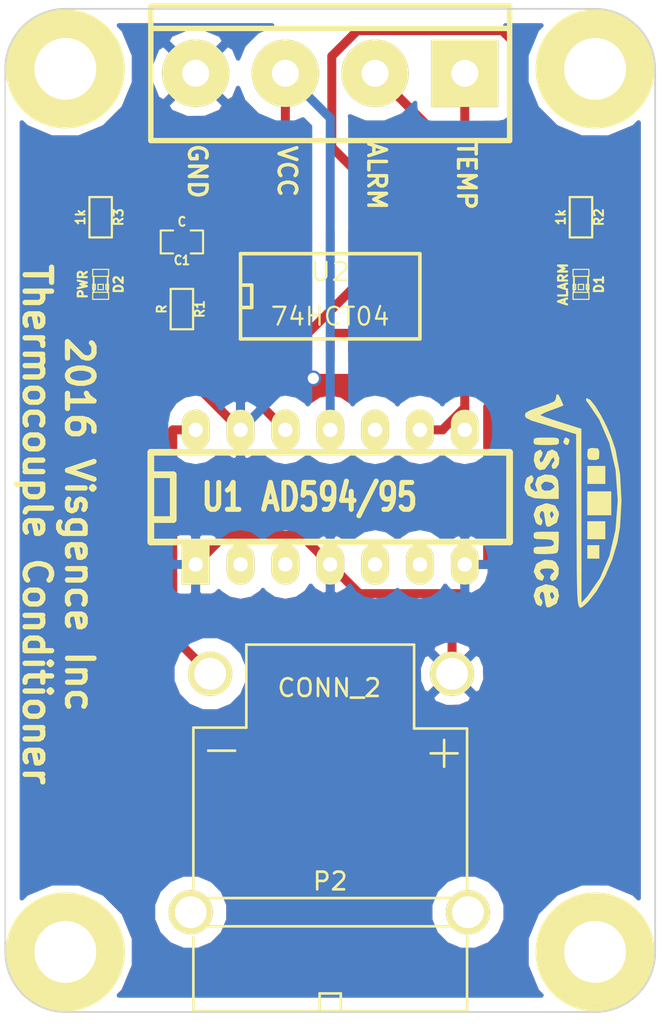
<source format=kicad_pcb>
(kicad_pcb (version 4) (host pcbnew 4.0.2-stable)

  (general
    (links 25)
    (no_connects 0)
    (area 38.749999 33.944122 75.650001 90.855878)
    (thickness 1.6)
    (drawings 14)
    (tracks 89)
    (zones 0)
    (modules 15)
    (nets 16)
  )

  (page A4)
  (layers
    (0 F.Cu signal)
    (31 B.Cu signal)
    (32 B.Adhes user)
    (33 F.Adhes user)
    (34 B.Paste user)
    (35 F.Paste user)
    (36 B.SilkS user)
    (37 F.SilkS user)
    (38 B.Mask user)
    (39 F.Mask user)
    (40 Dwgs.User user)
    (41 Cmts.User user)
    (42 Eco1.User user)
    (43 Eco2.User user)
    (44 Edge.Cuts user)
  )

  (setup
    (last_trace_width 0.508)
    (trace_clearance 0.254)
    (zone_clearance 0.762)
    (zone_45_only no)
    (trace_min 0.254)
    (segment_width 0.2)
    (edge_width 0.1)
    (via_size 0.889)
    (via_drill 0.635)
    (via_min_size 0.889)
    (via_min_drill 0.508)
    (uvia_size 0.508)
    (uvia_drill 0.127)
    (uvias_allowed no)
    (uvia_min_size 0.508)
    (uvia_min_drill 0.127)
    (pcb_text_width 0.3)
    (pcb_text_size 1.5 1.5)
    (mod_edge_width 0.15)
    (mod_text_size 1 1)
    (mod_text_width 0.15)
    (pad_size 6 6)
    (pad_drill 3.5)
    (pad_to_mask_clearance 0)
    (aux_axis_origin 38.8 34)
    (visible_elements 7FFFFF7F)
    (pcbplotparams
      (layerselection 0x010f0_80000001)
      (usegerberextensions true)
      (excludeedgelayer false)
      (linewidth 0.150000)
      (plotframeref false)
      (viasonmask false)
      (mode 1)
      (useauxorigin true)
      (hpglpennumber 1)
      (hpglpenspeed 20)
      (hpglpendiameter 15)
      (hpglpenoverlay 2)
      (psnegative false)
      (psa4output false)
      (plotreference true)
      (plotvalue true)
      (plotinvisibletext false)
      (padsonsilk false)
      (subtractmaskfromsilk true)
      (outputformat 1)
      (mirror false)
      (drillshape 0)
      (scaleselection 1)
      (outputdirectory gerber))
  )

  (net 0 "")
  (net 1 ALARM)
  (net 2 GND)
  (net 3 "Net-(D1-Pad1)")
  (net 4 "Net-(D2-Pad1)")
  (net 5 "Net-(P2-Pad2)")
  (net 6 "Net-(R1-Pad2)")
  (net 7 "Net-(R2-Pad1)")
  (net 8 "Net-(U1-Pad10)")
  (net 9 "Net-(U1-Pad2)")
  (net 10 "Net-(U1-Pad3)")
  (net 11 "Net-(U1-Pad5)")
  (net 12 "Net-(U1-Pad6)")
  (net 13 "Net-(U2-Pad4)")
  (net 14 TEMP)
  (net 15 VCC)

  (net_class Default "This is the default net class."
    (clearance 0.254)
    (trace_width 0.508)
    (via_dia 0.889)
    (via_drill 0.635)
    (uvia_dia 0.508)
    (uvia_drill 0.127)
    (add_net ALARM)
    (add_net GND)
    (add_net "Net-(D1-Pad1)")
    (add_net "Net-(D2-Pad1)")
    (add_net "Net-(P2-Pad2)")
    (add_net "Net-(R1-Pad2)")
    (add_net "Net-(R2-Pad1)")
    (add_net "Net-(U1-Pad10)")
    (add_net "Net-(U1-Pad2)")
    (add_net "Net-(U1-Pad3)")
    (add_net "Net-(U1-Pad5)")
    (add_net "Net-(U1-Pad6)")
    (add_net "Net-(U2-Pad4)")
    (add_net TEMP)
    (add_net VCC)
  )

  (module visgence_parts:SM0603_Capa_VIS (layer F.Cu) (tedit 52A163D0) (tstamp 531FD99F)
    (at 48.8 47.2 180)
    (path /531D4C2E)
    (attr smd)
    (fp_text reference C1 (at 0 -1.0414 180) (layer F.SilkS)
      (effects (font (size 0.508 0.4572) (thickness 0.1143)))
    )
    (fp_text value C (at 0 1.143 180) (layer F.SilkS)
      (effects (font (size 0.508 0.4572) (thickness 0.1143)))
    )
    (fp_line (start 0.50038 0.65024) (end 1.19888 0.65024) (layer F.SilkS) (width 0.11938))
    (fp_line (start -0.50038 0.65024) (end -1.19888 0.65024) (layer F.SilkS) (width 0.11938))
    (fp_line (start 0.50038 -0.65024) (end 1.19888 -0.65024) (layer F.SilkS) (width 0.11938))
    (fp_line (start -1.19888 -0.65024) (end -0.50038 -0.65024) (layer F.SilkS) (width 0.11938))
    (fp_line (start 1.19888 -0.635) (end 1.19888 0.635) (layer F.SilkS) (width 0.11938))
    (fp_line (start -1.19888 0.635) (end -1.19888 -0.635) (layer F.SilkS) (width 0.11938))
    (pad 1 smd rect (at -0.762 0 180) (size 0.635 1.143) (layers F.Cu F.Paste F.Mask)
      (net 15 VCC))
    (pad 2 smd rect (at 0.762 0 180) (size 0.635 1.143) (layers F.Cu F.Paste F.Mask)
      (net 2 GND))
    (model ../../../../../../Users/cyrille/git/thermocouple-breakout/hardware/KiModels/R_0603.wrl
      (at (xyz 0 0 0.001))
      (scale (xyz 1 1 1))
      (rotate (xyz 0 0 180))
    )
  )

  (module LEDs:LED-0603 (layer F.Cu) (tedit 531FD956) (tstamp 531FD9BB)
    (at 71.4 49.6 270)
    (descr "LED 0603 smd package")
    (tags "LED led 0603 SMD smd SMT smt smdled SMDLED smtled SMTLED")
    (path /531D473C)
    (attr smd)
    (fp_text reference D1 (at 0 -1.016 270) (layer F.SilkS)
      (effects (font (size 0.508 0.508) (thickness 0.127)))
    )
    (fp_text value ALARM (at 0 1.016 270) (layer F.SilkS)
      (effects (font (size 0.508 0.508) (thickness 0.127)))
    )
    (fp_line (start 0.44958 -0.44958) (end 0.44958 0.44958) (layer F.SilkS) (width 0.06604))
    (fp_line (start 0.44958 0.44958) (end 0.84836 0.44958) (layer F.SilkS) (width 0.06604))
    (fp_line (start 0.84836 -0.44958) (end 0.84836 0.44958) (layer F.SilkS) (width 0.06604))
    (fp_line (start 0.44958 -0.44958) (end 0.84836 -0.44958) (layer F.SilkS) (width 0.06604))
    (fp_line (start -0.84836 -0.44958) (end -0.84836 0.44958) (layer F.SilkS) (width 0.06604))
    (fp_line (start -0.84836 0.44958) (end -0.44958 0.44958) (layer F.SilkS) (width 0.06604))
    (fp_line (start -0.44958 -0.44958) (end -0.44958 0.44958) (layer F.SilkS) (width 0.06604))
    (fp_line (start -0.84836 -0.44958) (end -0.44958 -0.44958) (layer F.SilkS) (width 0.06604))
    (fp_line (start 0 -0.44958) (end 0 -0.29972) (layer F.SilkS) (width 0.06604))
    (fp_line (start 0 -0.29972) (end 0.29972 -0.29972) (layer F.SilkS) (width 0.06604))
    (fp_line (start 0.29972 -0.44958) (end 0.29972 -0.29972) (layer F.SilkS) (width 0.06604))
    (fp_line (start 0 -0.44958) (end 0.29972 -0.44958) (layer F.SilkS) (width 0.06604))
    (fp_line (start 0 0.29972) (end 0 0.44958) (layer F.SilkS) (width 0.06604))
    (fp_line (start 0 0.44958) (end 0.29972 0.44958) (layer F.SilkS) (width 0.06604))
    (fp_line (start 0.29972 0.29972) (end 0.29972 0.44958) (layer F.SilkS) (width 0.06604))
    (fp_line (start 0 0.29972) (end 0.29972 0.29972) (layer F.SilkS) (width 0.06604))
    (fp_line (start 0 -0.14986) (end 0 0.14986) (layer F.SilkS) (width 0.06604))
    (fp_line (start 0 0.14986) (end 0.29972 0.14986) (layer F.SilkS) (width 0.06604))
    (fp_line (start 0.29972 -0.14986) (end 0.29972 0.14986) (layer F.SilkS) (width 0.06604))
    (fp_line (start 0 -0.14986) (end 0.29972 -0.14986) (layer F.SilkS) (width 0.06604))
    (fp_line (start 0.44958 -0.39878) (end -0.44958 -0.39878) (layer F.SilkS) (width 0.1016))
    (fp_line (start 0.44958 0.39878) (end -0.44958 0.39878) (layer F.SilkS) (width 0.1016))
    (pad 1 smd rect (at -0.7493 0 270) (size 0.79756 0.79756) (layers F.Cu F.Paste F.Mask)
      (net 3 "Net-(D1-Pad1)"))
    (pad 2 smd rect (at 0.7493 0 270) (size 0.79756 0.79756) (layers F.Cu F.Paste F.Mask)
      (net 2 GND))
    (model ../../../../../../Users/cyrille/git/thermocouple-breakout/hardware/KiModels/LED-0805.wrl
      (at (xyz 0 0 0))
      (scale (xyz 0.6 0.6 0.6))
      (rotate (xyz 0 0 0))
    )
  )

  (module LEDs:LED-0603 (layer F.Cu) (tedit 531FD956) (tstamp 531FD9D7)
    (at 44.2 49.6 270)
    (descr "LED 0603 smd package")
    (tags "LED led 0603 SMD smd SMT smt smdled SMDLED smtled SMTLED")
    (path /531D4B9D)
    (attr smd)
    (fp_text reference D2 (at 0 -1.016 270) (layer F.SilkS)
      (effects (font (size 0.508 0.508) (thickness 0.127)))
    )
    (fp_text value PWR (at 0 1.016 270) (layer F.SilkS)
      (effects (font (size 0.508 0.508) (thickness 0.127)))
    )
    (fp_line (start 0.44958 -0.44958) (end 0.44958 0.44958) (layer F.SilkS) (width 0.06604))
    (fp_line (start 0.44958 0.44958) (end 0.84836 0.44958) (layer F.SilkS) (width 0.06604))
    (fp_line (start 0.84836 -0.44958) (end 0.84836 0.44958) (layer F.SilkS) (width 0.06604))
    (fp_line (start 0.44958 -0.44958) (end 0.84836 -0.44958) (layer F.SilkS) (width 0.06604))
    (fp_line (start -0.84836 -0.44958) (end -0.84836 0.44958) (layer F.SilkS) (width 0.06604))
    (fp_line (start -0.84836 0.44958) (end -0.44958 0.44958) (layer F.SilkS) (width 0.06604))
    (fp_line (start -0.44958 -0.44958) (end -0.44958 0.44958) (layer F.SilkS) (width 0.06604))
    (fp_line (start -0.84836 -0.44958) (end -0.44958 -0.44958) (layer F.SilkS) (width 0.06604))
    (fp_line (start 0 -0.44958) (end 0 -0.29972) (layer F.SilkS) (width 0.06604))
    (fp_line (start 0 -0.29972) (end 0.29972 -0.29972) (layer F.SilkS) (width 0.06604))
    (fp_line (start 0.29972 -0.44958) (end 0.29972 -0.29972) (layer F.SilkS) (width 0.06604))
    (fp_line (start 0 -0.44958) (end 0.29972 -0.44958) (layer F.SilkS) (width 0.06604))
    (fp_line (start 0 0.29972) (end 0 0.44958) (layer F.SilkS) (width 0.06604))
    (fp_line (start 0 0.44958) (end 0.29972 0.44958) (layer F.SilkS) (width 0.06604))
    (fp_line (start 0.29972 0.29972) (end 0.29972 0.44958) (layer F.SilkS) (width 0.06604))
    (fp_line (start 0 0.29972) (end 0.29972 0.29972) (layer F.SilkS) (width 0.06604))
    (fp_line (start 0 -0.14986) (end 0 0.14986) (layer F.SilkS) (width 0.06604))
    (fp_line (start 0 0.14986) (end 0.29972 0.14986) (layer F.SilkS) (width 0.06604))
    (fp_line (start 0.29972 -0.14986) (end 0.29972 0.14986) (layer F.SilkS) (width 0.06604))
    (fp_line (start 0 -0.14986) (end 0.29972 -0.14986) (layer F.SilkS) (width 0.06604))
    (fp_line (start 0.44958 -0.39878) (end -0.44958 -0.39878) (layer F.SilkS) (width 0.1016))
    (fp_line (start 0.44958 0.39878) (end -0.44958 0.39878) (layer F.SilkS) (width 0.1016))
    (pad 1 smd rect (at -0.7493 0 270) (size 0.79756 0.79756) (layers F.Cu F.Paste F.Mask)
      (net 4 "Net-(D2-Pad1)"))
    (pad 2 smd rect (at 0.7493 0 270) (size 0.79756 0.79756) (layers F.Cu F.Paste F.Mask)
      (net 2 GND))
    (model ../../../../../../Users/cyrille/git/thermocouple-breakout/hardware/KiModels/LED-0805.wrl
      (at (xyz 0 0 0))
      (scale (xyz 0.6 0.6 0.6))
      (rotate (xyz 0 0 180))
    )
  )

  (module Connect:bornier4 (layer F.Cu) (tedit 531FE3DC) (tstamp 531FD9E4)
    (at 57.2 37.65 180)
    (descr "Bornier d'alimentation 4 pins")
    (tags DEV)
    (path /531D42CC)
    (fp_text reference P1 (at 0 -6.35 180) (layer F.SilkS) hide
      (effects (font (size 2.6162 1.59766) (thickness 0.3048)))
    )
    (fp_text value CONN_4 (at 0 5.08 180) (layer F.SilkS) hide
      (effects (font (thickness 0.3048)))
    )
    (fp_line (start -10.16 -3.81) (end -10.16 3.81) (layer F.SilkS) (width 0.3048))
    (fp_line (start 10.16 3.81) (end 10.16 -3.81) (layer F.SilkS) (width 0.3048))
    (fp_line (start 10.16 2.54) (end -10.16 2.54) (layer F.SilkS) (width 0.3048))
    (fp_line (start -10.16 -3.81) (end 10.16 -3.81) (layer F.SilkS) (width 0.3048))
    (fp_line (start -10.16 3.81) (end 10.16 3.81) (layer F.SilkS) (width 0.3048))
    (pad 2 thru_hole circle (at -2.54 0 180) (size 3.81 3.81) (drill 1.524) (layers *.Cu *.Mask F.SilkS)
      (net 1 ALARM))
    (pad 3 thru_hole circle (at 2.54 0 180) (size 3.81 3.81) (drill 1.524) (layers *.Cu *.Mask F.SilkS)
      (net 15 VCC))
    (pad 1 thru_hole rect (at -7.62 0 180) (size 3.81 3.81) (drill 1.524) (layers *.Cu *.Mask F.SilkS)
      (net 14 TEMP))
    (pad 4 thru_hole circle (at 7.62 0 180) (size 3.81 3.81) (drill 1.524) (layers *.Cu *.Mask F.SilkS)
      (net 2 GND))
    (model ../../../../../../Users/cyrille/git/thermocouple-breakout/hardware/KiModels/OSTTCXX2162.wrl
      (at (xyz 0 0 0))
      (scale (xyz 1 1 1))
      (rotate (xyz 0 0 0))
    )
  )

  (module visgence_parts:SM0603_VIS (layer F.Cu) (tedit 52A161E2) (tstamp 531FE3E2)
    (at 48.8 51 270)
    (path /531D4721)
    (attr smd)
    (fp_text reference R1 (at 0 -1.016 270) (layer F.SilkS)
      (effects (font (size 0.508 0.508) (thickness 0.1143)))
    )
    (fp_text value R (at 0 1.143 270) (layer F.SilkS)
      (effects (font (size 0.508 0.508) (thickness 0.1143)))
    )
    (fp_line (start -1.143 -0.635) (end 1.143 -0.635) (layer F.SilkS) (width 0.127))
    (fp_line (start 1.143 -0.635) (end 1.143 0.635) (layer F.SilkS) (width 0.127))
    (fp_line (start 1.143 0.635) (end -1.143 0.635) (layer F.SilkS) (width 0.127))
    (fp_line (start -1.143 0.635) (end -1.143 -0.635) (layer F.SilkS) (width 0.127))
    (pad 1 smd rect (at -0.762 0 270) (size 0.635 1.143) (layers F.Cu F.Paste F.Mask)
      (net 15 VCC))
    (pad 2 smd rect (at 0.762 0 270) (size 0.635 1.143) (layers F.Cu F.Paste F.Mask)
      (net 6 "Net-(R1-Pad2)"))
    (model ../../../../../../Users/cyrille/git/thermocouple-breakout/hardware/KiModels/R_0603.wrl
      (at (xyz 0 0 0.001))
      (scale (xyz 1 1 1))
      (rotate (xyz 0 0 180))
    )
  )

  (module visgence_parts:SM0603_VIS (layer F.Cu) (tedit 52A161E2) (tstamp 531FD9F8)
    (at 71.4 45.8 270)
    (path /531D49AE)
    (attr smd)
    (fp_text reference R2 (at 0 -1.016 270) (layer F.SilkS)
      (effects (font (size 0.508 0.508) (thickness 0.1143)))
    )
    (fp_text value 1k (at 0 1.143 270) (layer F.SilkS)
      (effects (font (size 0.508 0.508) (thickness 0.1143)))
    )
    (fp_line (start -1.143 -0.635) (end 1.143 -0.635) (layer F.SilkS) (width 0.127))
    (fp_line (start 1.143 -0.635) (end 1.143 0.635) (layer F.SilkS) (width 0.127))
    (fp_line (start 1.143 0.635) (end -1.143 0.635) (layer F.SilkS) (width 0.127))
    (fp_line (start -1.143 0.635) (end -1.143 -0.635) (layer F.SilkS) (width 0.127))
    (pad 1 smd rect (at -0.762 0 270) (size 0.635 1.143) (layers F.Cu F.Paste F.Mask)
      (net 7 "Net-(R2-Pad1)"))
    (pad 2 smd rect (at 0.762 0 270) (size 0.635 1.143) (layers F.Cu F.Paste F.Mask)
      (net 3 "Net-(D1-Pad1)"))
    (model ../../../../../../Users/cyrille/git/thermocouple-breakout/hardware/KiModels/R_0603.wrl
      (at (xyz 0 0 0.001))
      (scale (xyz 1 1 1))
      (rotate (xyz 0 0 180))
    )
  )

  (module visgence_parts:SM0603_VIS (layer F.Cu) (tedit 52A161E2) (tstamp 531FDA02)
    (at 44.2 45.8 270)
    (path /531D4BA8)
    (attr smd)
    (fp_text reference R3 (at 0 -1.016 270) (layer F.SilkS)
      (effects (font (size 0.508 0.508) (thickness 0.1143)))
    )
    (fp_text value 1k (at 0 1.143 270) (layer F.SilkS)
      (effects (font (size 0.508 0.508) (thickness 0.1143)))
    )
    (fp_line (start -1.143 -0.635) (end 1.143 -0.635) (layer F.SilkS) (width 0.127))
    (fp_line (start 1.143 -0.635) (end 1.143 0.635) (layer F.SilkS) (width 0.127))
    (fp_line (start 1.143 0.635) (end -1.143 0.635) (layer F.SilkS) (width 0.127))
    (fp_line (start -1.143 0.635) (end -1.143 -0.635) (layer F.SilkS) (width 0.127))
    (pad 1 smd rect (at -0.762 0 270) (size 0.635 1.143) (layers F.Cu F.Paste F.Mask)
      (net 15 VCC))
    (pad 2 smd rect (at 0.762 0 270) (size 0.635 1.143) (layers F.Cu F.Paste F.Mask)
      (net 4 "Net-(D2-Pad1)"))
    (model ../../../../../../Users/cyrille/git/thermocouple-breakout/hardware/KiModels/R_0603.wrl
      (at (xyz 0 0 0.001))
      (scale (xyz 1 1 1))
      (rotate (xyz 0 0 180))
    )
  )

  (module Sockets_DIP:DIP-14__300_ELL (layer F.Cu) (tedit 531FE3A4) (tstamp 531FEEBF)
    (at 57.2 61.65)
    (descr "14 pins DIL package, elliptical pads")
    (tags DIL)
    (path /531D4147)
    (fp_text reference U1 (at -6.096 0) (layer F.SilkS)
      (effects (font (size 1.524 1.143) (thickness 0.3048)))
    )
    (fp_text value AD594/95 (at 0.508 0) (layer F.SilkS)
      (effects (font (size 1.524 1.143) (thickness 0.3048)))
    )
    (fp_line (start -10.16 -2.54) (end 10.16 -2.54) (layer F.SilkS) (width 0.381))
    (fp_line (start 10.16 2.54) (end -10.16 2.54) (layer F.SilkS) (width 0.381))
    (fp_line (start -10.16 2.54) (end -10.16 -2.54) (layer F.SilkS) (width 0.381))
    (fp_line (start -10.16 -1.27) (end -8.89 -1.27) (layer F.SilkS) (width 0.381))
    (fp_line (start -8.89 -1.27) (end -8.89 1.27) (layer F.SilkS) (width 0.381))
    (fp_line (start -8.89 1.27) (end -10.16 1.27) (layer F.SilkS) (width 0.381))
    (fp_line (start 10.16 -2.54) (end 10.16 2.54) (layer F.SilkS) (width 0.381))
    (pad 1 thru_hole rect (at -7.62 3.81) (size 1.5748 2.286) (drill 0.8128) (layers *.Cu *.Mask F.SilkS)
      (net 2 GND))
    (pad 2 thru_hole oval (at -5.08 3.81) (size 1.5748 2.286) (drill 0.8128) (layers *.Cu *.Mask F.SilkS)
      (net 9 "Net-(U1-Pad2)"))
    (pad 3 thru_hole oval (at -2.54 3.81) (size 1.5748 2.286) (drill 0.8128) (layers *.Cu *.Mask F.SilkS)
      (net 10 "Net-(U1-Pad3)"))
    (pad 4 thru_hole oval (at 0 3.81) (size 1.5748 2.286) (drill 0.8128) (layers *.Cu *.Mask F.SilkS)
      (net 2 GND))
    (pad 5 thru_hole oval (at 2.54 3.81) (size 1.5748 2.286) (drill 0.8128) (layers *.Cu *.Mask F.SilkS)
      (net 11 "Net-(U1-Pad5)"))
    (pad 6 thru_hole oval (at 5.08 3.81) (size 1.5748 2.286) (drill 0.8128) (layers *.Cu *.Mask F.SilkS)
      (net 12 "Net-(U1-Pad6)"))
    (pad 7 thru_hole oval (at 7.62 3.81) (size 1.5748 2.286) (drill 0.8128) (layers *.Cu *.Mask F.SilkS)
      (net 2 GND))
    (pad 8 thru_hole oval (at 7.62 -3.81) (size 1.5748 2.286) (drill 0.8128) (layers *.Cu *.Mask F.SilkS)
      (net 14 TEMP))
    (pad 9 thru_hole oval (at 5.08 -3.81) (size 1.5748 2.286) (drill 0.8128) (layers *.Cu *.Mask F.SilkS)
      (net 14 TEMP))
    (pad 10 thru_hole oval (at 2.54 -3.81) (size 1.5748 2.286) (drill 0.8128) (layers *.Cu *.Mask F.SilkS)
      (net 8 "Net-(U1-Pad10)"))
    (pad 11 thru_hole oval (at 0 -3.81) (size 1.5748 2.286) (drill 0.8128) (layers *.Cu *.Mask F.SilkS)
      (net 15 VCC))
    (pad 12 thru_hole oval (at -2.54 -3.81) (size 1.5748 2.286) (drill 0.8128) (layers *.Cu *.Mask F.SilkS)
      (net 6 "Net-(R1-Pad2)"))
    (pad 13 thru_hole oval (at -5.08 -3.81) (size 1.5748 2.286) (drill 0.8128) (layers *.Cu *.Mask F.SilkS)
      (net 2 GND))
    (pad 14 thru_hole oval (at -7.62 -3.81) (size 1.5748 2.286) (drill 0.8128) (layers *.Cu *.Mask F.SilkS)
      (net 5 "Net-(P2-Pad2)"))
    (model ../../../../../../Users/cyrille/git/thermocouple-breakout/hardware/KiModels/dil.sockets.dil_socket_14.wrl
      (at (xyz 0 0 -0.05))
      (scale (xyz 1 1 1))
      (rotate (xyz 0 0 0))
    )
    (model ../../../../../../Users/cyrille/git/thermocouple-breakout/hardware/KiModels/DIP-14__300.wrl
      (at (xyz 0 0 0.1))
      (scale (xyz 1 1 1))
      (rotate (xyz 0 0 0))
    )
  )

  (module SMD_Packages:SO14N (layer F.Cu) (tedit 531FD956) (tstamp 531FEEA5)
    (at 57.2 50.15)
    (descr "Module CMS SOJ 14 pins Large")
    (tags "CMS SOJ")
    (path /531D4921)
    (attr smd)
    (fp_text reference U2 (at 0 -1.27) (layer F.SilkS)
      (effects (font (size 1.016 1.143) (thickness 0.127)))
    )
    (fp_text value 74HCT04 (at 0 1.27) (layer F.SilkS)
      (effects (font (size 1.016 1.016) (thickness 0.127)))
    )
    (fp_line (start 5.08 -2.286) (end 5.08 2.54) (layer F.SilkS) (width 0.2032))
    (fp_line (start 5.08 2.54) (end -5.08 2.54) (layer F.SilkS) (width 0.2032))
    (fp_line (start -5.08 2.54) (end -5.08 -2.286) (layer F.SilkS) (width 0.2032))
    (fp_line (start -5.08 -2.286) (end 5.08 -2.286) (layer F.SilkS) (width 0.2032))
    (fp_line (start -5.08 -0.508) (end -4.445 -0.508) (layer F.SilkS) (width 0.2032))
    (fp_line (start -4.445 -0.508) (end -4.445 0.762) (layer F.SilkS) (width 0.2032))
    (fp_line (start -4.445 0.762) (end -5.08 0.762) (layer F.SilkS) (width 0.2032))
    (pad 1 smd rect (at -3.81 3.302) (size 0.508 1.143) (layers F.Cu F.Paste F.Mask)
      (net 6 "Net-(R1-Pad2)"))
    (pad 2 smd rect (at -2.54 3.302) (size 0.508 1.143) (layers F.Cu F.Paste F.Mask)
      (net 7 "Net-(R2-Pad1)"))
    (pad 3 smd rect (at -1.27 3.302) (size 0.508 1.143) (layers F.Cu F.Paste F.Mask)
      (net 7 "Net-(R2-Pad1)"))
    (pad 4 smd rect (at 0 3.302) (size 0.508 1.143) (layers F.Cu F.Paste F.Mask)
      (net 13 "Net-(U2-Pad4)"))
    (pad 5 smd rect (at 1.27 3.302) (size 0.508 1.143) (layers F.Cu F.Paste F.Mask)
      (net 13 "Net-(U2-Pad4)"))
    (pad 6 smd rect (at 2.54 3.302) (size 0.508 1.143) (layers F.Cu F.Paste F.Mask)
      (net 1 ALARM))
    (pad 7 smd rect (at 3.81 3.302) (size 0.508 1.143) (layers F.Cu F.Paste F.Mask)
      (net 2 GND))
    (pad 8 smd rect (at 3.81 -3.048) (size 0.508 1.143) (layers F.Cu F.Paste F.Mask))
    (pad 9 smd rect (at 2.54 -3.048) (size 0.508 1.143) (layers F.Cu F.Paste F.Mask))
    (pad 11 smd rect (at 0 -3.048) (size 0.508 1.143) (layers F.Cu F.Paste F.Mask))
    (pad 12 smd rect (at -1.27 -3.048) (size 0.508 1.143) (layers F.Cu F.Paste F.Mask))
    (pad 13 smd rect (at -2.54 -3.048) (size 0.508 1.143) (layers F.Cu F.Paste F.Mask))
    (pad 14 smd rect (at -3.81 -3.048) (size 0.508 1.143) (layers F.Cu F.Paste F.Mask)
      (net 15 VCC))
    (pad 10 smd rect (at 1.27 -3.048) (size 0.508 1.143) (layers F.Cu F.Paste F.Mask))
    (model ../../../../../../Users/cyrille/git/thermocouple-breakout/hardware/KiModels/DIP-14__300.wrl
      (at (xyz 0 -0.005 0))
      (scale (xyz 0.5 0.65 0.6))
      (rotate (xyz 0 0 0))
    )
  )

  (module visgence_parts:PCC-SMP (layer F.Cu) (tedit 531FE0CE) (tstamp 531FE3CC)
    (at 57.2 78.4 180)
    (path /531D42A1)
    (fp_text reference P2 (at 0 -5 180) (layer F.SilkS)
      (effects (font (size 1 1) (thickness 0.15)))
    )
    (fp_text value CONN_2 (at 0.05 5.95 180) (layer F.SilkS)
      (effects (font (size 1 1) (thickness 0.15)))
    )
    (fp_line (start 0.6 -12.35) (end 0.6 -11.35) (layer F.SilkS) (width 0.15))
    (fp_line (start 0.6 -11.35) (end -0.6 -11.35) (layer F.SilkS) (width 0.15))
    (fp_line (start -0.6 -11.35) (end -0.6 -12.35) (layer F.SilkS) (width 0.15))
    (fp_text user - (at 6.15 2.55 180) (layer F.SilkS)
      (effects (font (size 2 2) (thickness 0.15)))
    )
    (fp_text user + (at -6.45 2.4 180) (layer F.SilkS)
      (effects (font (size 2 2) (thickness 0.15)))
    )
    (fp_line (start -7.75 3.65) (end -4.75 3.65) (layer F.SilkS) (width 0.15))
    (fp_line (start -4.75 3.65) (end -4.75 8.4) (layer F.SilkS) (width 0.15))
    (fp_line (start -4.75 8.4) (end 4.75 8.4) (layer F.SilkS) (width 0.15))
    (fp_line (start 4.75 8.4) (end 4.75 8.05) (layer F.SilkS) (width 0.15))
    (fp_line (start 7.75 3.7) (end 4.75 3.7) (layer F.SilkS) (width 0.15))
    (fp_line (start 4.75 3.7) (end 4.75 8.25) (layer F.SilkS) (width 0.15))
    (fp_line (start -7.75 -5.45) (end -7.75 3.65) (layer F.SilkS) (width 0.15))
    (fp_line (start 7.75 -5.4) (end 7.75 3.65) (layer F.SilkS) (width 0.15))
    (fp_line (start 7.75 -12.35) (end 7.75 -8.15) (layer F.SilkS) (width 0.15))
    (fp_line (start 0 -12.35) (end -7.75 -12.35) (layer F.SilkS) (width 0.15))
    (fp_line (start -7.75 -12.35) (end -7.75 -8.1) (layer F.SilkS) (width 0.15))
    (fp_line (start 0 -12.35) (end 7.75 -12.35) (layer F.SilkS) (width 0.15))
    (fp_line (start -6.8 -5.95) (end 6.85 -5.95) (layer F.SilkS) (width 0.15))
    (fp_line (start -6.85 -7.55) (end 6.85 -7.55) (layer F.SilkS) (width 0.15))
    (pad 2 thru_hole circle (at 6.8 6.75 180) (size 2.5 2.5) (drill 1.8) (layers *.Cu *.Mask F.SilkS)
      (net 5 "Net-(P2-Pad2)"))
    (pad 1 thru_hole circle (at -6.9 6.75 180) (size 2.5 2.5) (drill 1.8) (layers *.Cu *.Mask F.SilkS)
      (net 2 GND))
    (pad "" thru_hole circle (at 7.9 -6.75 180) (size 2.5 2.5) (drill 1.8) (layers *.Cu *.Mask F.SilkS))
    (pad "" thru_hole circle (at -7.8 -6.75 180) (size 2.5 2.5) (drill 1.8) (layers *.Cu *.Mask F.SilkS))
    (model ../../../../../../Users/cyrille/git/thermocouple-breakout/hardware/KiModels/ThermoCouple.wrl
      (at (xyz 0 0 0))
      (scale (xyz 1 1 1))
      (rotate (xyz 0 0 0))
    )
  )

  (module visgence_parts:1pin_C (layer F.Cu) (tedit 531FEC64) (tstamp 531FECC2)
    (at 72.2 37.4)
    (descr "module 1 pin (ou trou mecanique de percage)")
    (tags DEV)
    (path 1pin)
    (fp_text reference h2 (at 0 -3.048) (layer F.SilkS) hide
      (effects (font (size 1.016 1.016) (thickness 0.254)))
    )
    (fp_text value pin (at 0 2.794) (layer F.SilkS) hide
      (effects (font (size 1.016 1.016) (thickness 0.254)))
    )
    (fp_circle (center 0 0) (end 3.175 0.2286) (layer F.SilkS) (width 0.381))
    (pad 1 thru_hole circle (at 0 0) (size 6 6) (drill 3.5) (layers *.Cu *.Mask F.SilkS))
  )

  (module visgence_parts:1pin_C (layer F.Cu) (tedit 531FEC5B) (tstamp 531FECCD)
    (at 42.2 37.4)
    (descr "module 1 pin (ou trou mecanique de percage)")
    (tags DEV)
    (path 1pin)
    (fp_text reference h1 (at 0 -3.048) (layer F.SilkS) hide
      (effects (font (size 1.016 1.016) (thickness 0.254)))
    )
    (fp_text value pin (at 0 2.794) (layer F.SilkS) hide
      (effects (font (size 1.016 1.016) (thickness 0.254)))
    )
    (fp_circle (center 0 0) (end 3.175 0.2286) (layer F.SilkS) (width 0.381))
    (pad 1 thru_hole circle (at 0 0) (size 6 6) (drill 3.5) (layers *.Cu *.Mask F.SilkS))
  )

  (module visgence_parts:1pin_C (layer F.Cu) (tedit 531FEC78) (tstamp 531FED10)
    (at 72.2 87.4)
    (descr "module 1 pin (ou trou mecanique de percage)")
    (tags DEV)
    (path 1pin)
    (fp_text reference h4 (at 0 -3.048) (layer F.SilkS) hide
      (effects (font (size 1.016 1.016) (thickness 0.254)))
    )
    (fp_text value pin (at 0 2.794) (layer F.SilkS) hide
      (effects (font (size 1.016 1.016) (thickness 0.254)))
    )
    (fp_circle (center 0 0) (end 3.175 0.2286) (layer F.SilkS) (width 0.381))
    (pad 1 thru_hole circle (at 0 0) (size 6 6) (drill 3.5) (layers *.Cu *.Mask F.SilkS))
  )

  (module visgence_parts:1pin_C (layer F.Cu) (tedit 531FEC6C) (tstamp 531FED1C)
    (at 42.2 87.4)
    (descr "module 1 pin (ou trou mecanique de percage)")
    (tags DEV)
    (path 1pin)
    (fp_text reference h3 (at 0 -3.048) (layer F.SilkS) hide
      (effects (font (size 1.016 1.016) (thickness 0.254)))
    )
    (fp_text value pin (at 0 2.794) (layer F.SilkS) hide
      (effects (font (size 1.016 1.016) (thickness 0.254)))
    )
    (fp_circle (center 0 0) (end 3.175 0.2286) (layer F.SilkS) (width 0.381))
    (pad 1 thru_hole circle (at 0 0) (size 6 6) (drill 3.5) (layers *.Cu *.Mask F.SilkS))
  )

  (module visgence_parts:LOGO (layer F.Cu) (tedit 516D6A74) (tstamp 531FF259)
    (at 71 62 270)
    (fp_text reference G*** (at 0 3.63982 270) (layer F.SilkS) hide
      (effects (font (thickness 0.3048)))
    )
    (fp_text value LOGO (at 0 -3.63982 270) (layer F.SilkS) hide
      (effects (font (thickness 0.3048)))
    )
    (fp_poly (pts (xy -4.96824 2.77622) (xy -4.8514 2.72288) (xy -4.6863 2.41046) (xy -4.59486 2.11328)
      (xy -3.91668 -0.127) (xy 1.0033 -0.14732) (xy 2.46126 -0.15494) (xy 3.60934 -0.16002)
      (xy 4.4831 -0.17272) (xy 5.1181 -0.1905) (xy 5.54482 -0.22098) (xy 5.79628 -0.26416)
      (xy 5.9055 -0.32766) (xy 5.9055 -0.41402) (xy 5.8293 -0.52578) (xy 5.70738 -0.66802)
      (xy 5.59054 -0.79502) (xy 4.9657 -1.28778) (xy 4.13004 -1.76276) (xy 3.18262 -2.1717)
      (xy 2.21488 -2.46126) (xy 1.31826 -2.61366) (xy -0.1397 -2.69494) (xy -1.63068 -2.61366)
      (xy -2.99212 -2.36728) (xy -3.04038 -2.35458) (xy -3.69316 -2.13614) (xy -4.37134 -1.84658)
      (xy -5.0038 -1.52146) (xy -5.5245 -1.19888) (xy -5.86486 -0.91948) (xy -5.9563 -0.71882)
      (xy -5.94614 -0.6985) (xy -5.83184 -0.6858) (xy -5.55752 -0.88138) (xy -4.74726 -1.43002)
      (xy -3.42392 -2.00406) (xy -1.89992 -2.35966) (xy -0.21082 -2.47904) (xy -0.10668 -2.47904)
      (xy 1.4986 -2.35458) (xy 2.96164 -2.01676) (xy 4.2291 -1.48336) (xy 5.25272 -0.76962)
      (xy 5.62864 -0.42926) (xy -4.22148 -0.42164) (xy -4.58216 0.72136) (xy -4.76504 1.28524)
      (xy -4.90982 1.7018) (xy -4.98856 1.88468) (xy -5.01396 1.87706) (xy -5.12826 1.66878)
      (xy -5.28574 1.27) (xy -5.3467 1.09474) (xy -5.48132 0.73406) (xy -5.54482 0.59182)
      (xy -5.6388 0.62738) (xy -5.92328 0.75184) (xy -6.16204 0.88138) (xy -6.16712 0.98044)
      (xy -5.91312 1.0287) (xy -5.77596 1.10744) (xy -5.6261 1.45542) (xy -5.4991 1.82626)
      (xy -5.31368 2.35204) (xy -5.26034 2.4892) (xy -5.12318 2.73558) (xy -4.96824 2.77622)) (layer F.SilkS) (width 0.00254))
    (fp_poly (pts (xy -0.9652 2.794) (xy -0.7366 2.77368) (xy -0.4445 2.6162) (xy -0.29464 2.24536)
      (xy -0.25146 1.60528) (xy -0.25146 0.8636) (xy -0.79502 0.86106) (xy -0.9652 0.8636)
      (xy -1.30302 0.90424) (xy -1.49352 1.0287) (xy -1.6002 1.22174) (xy -1.63576 1.65354)
      (xy -1.4859 2.02438) (xy -1.41478 2.08788) (xy -1.07696 2.1971) (xy -1.0414 2.1844)
      (xy -1.0414 1.85928) (xy -1.21158 1.68402) (xy -1.22682 1.5367) (xy -1.14808 1.23952)
      (xy -0.9779 1.09982) (xy -0.89916 1.12014) (xy -0.73406 1.34112) (xy -0.71374 1.65862)
      (xy -0.8128 1.81356) (xy -1.0414 1.85928) (xy -1.0414 2.1844) (xy -0.77724 2.09804)
      (xy -0.72644 2.05486) (xy -0.67564 2.1336) (xy -0.68326 2.1971) (xy -0.8382 2.4257)
      (xy -1.05918 2.48412) (xy -1.06172 2.48158) (xy -1.18364 2.35966) (xy -1.19888 2.33426)
      (xy -1.39446 2.28346) (xy -1.43764 2.286) (xy -1.6002 2.39014) (xy -1.46812 2.63906)
      (xy -1.39446 2.70002) (xy -0.9652 2.794)) (layer F.SilkS) (width 0.00254))
    (fp_poly (pts (xy -3.51282 2.28346) (xy -3.43154 2.28092) (xy -3.3401 2.2225) (xy -3.30708 2.01676)
      (xy -3.29946 1.56464) (xy -3.302 1.29032) (xy -3.31978 0.98044) (xy -3.38074 0.8636)
      (xy -3.51282 0.84582) (xy -3.5941 0.84836) (xy -3.68554 0.90678) (xy -3.71856 1.11506)
      (xy -3.72364 1.56464) (xy -3.72364 1.83896) (xy -3.70586 2.14884) (xy -3.6449 2.26568)
      (xy -3.51282 2.28346)) (layer F.SilkS) (width 0.00254))
    (fp_poly (pts (xy -2.42316 2.27584) (xy -2.0447 2.14884) (xy -1.8796 1.95072) (xy -1.92532 1.65862)
      (xy -2.26314 1.397) (xy -2.47142 1.29032) (xy -2.6162 1.15062) (xy -2.45364 1.09982)
      (xy -2.41554 1.10236) (xy -2.28346 1.18364) (xy -2.28092 1.20396) (xy -2.11582 1.26746)
      (xy -1.95326 1.19888) (xy -1.9812 1.01854) (xy -2.20726 0.85598) (xy -2.5654 0.82296)
      (xy -2.90322 0.95504) (xy -3.04546 1.21158) (xy -3.04546 1.2446) (xy -2.93878 1.49352)
      (xy -2.58572 1.6637) (xy -2.41046 1.74498) (xy -2.30378 1.8796) (xy -2.44602 1.94564)
      (xy -2.49174 1.9431) (xy -2.62382 1.86182) (xy -2.63906 1.83134) (xy -2.83464 1.77546)
      (xy -2.89306 1.78054) (xy -3.04292 1.90754) (xy -2.91338 2.15138) (xy -2.80416 2.22504)
      (xy -2.42316 2.27584)) (layer F.SilkS) (width 0.00254))
    (fp_poly (pts (xy 0.65532 2.286) (xy 1.0795 2.15392) (xy 1.18364 2.06502) (xy 1.2573 1.86436)
      (xy 1.05664 1.77546) (xy 0.98044 1.78308) (xy 0.84582 1.86182) (xy 0.81788 1.91008)
      (xy 0.63246 1.94056) (xy 0.45974 1.85674) (xy 0.4318 1.76784) (xy 0.54864 1.69164)
      (xy 0.635 1.67894) (xy 0.635 1.35382) (xy 0.5461 1.3462) (xy 0.4445 1.24714)
      (xy 0.44958 1.23444) (xy 0.635 1.14046) (xy 0.65532 1.143) (xy 0.8255 1.24714)
      (xy 0.8255 1.29032) (xy 0.635 1.35382) (xy 0.635 1.67894) (xy 0.92456 1.63576)
      (xy 1.17856 1.6002) (xy 1.32334 1.52654) (xy 1.31064 1.36144) (xy 1.31064 1.36144)
      (xy 1.08712 0.97028) (xy 0.66294 0.84582) (xy 0.49022 0.85852) (xy 0.12446 1.0668)
      (xy 0 1.5113) (xy 0.00508 1.61544) (xy 0.17526 2.06248) (xy 0.26162 2.14884)
      (xy 0.65532 2.286)) (layer F.SilkS) (width 0.00254))
    (fp_poly (pts (xy 2.667 2.28346) (xy 2.7051 2.28346) (xy 2.82448 2.2479) (xy 2.8702 2.07772)
      (xy 2.87528 1.67132) (xy 2.87528 1.59258) (xy 2.85242 1.17602) (xy 2.80924 0.95504)
      (xy 2.63398 0.88392) (xy 2.17678 0.85598) (xy 1.60782 0.86106) (xy 1.60782 1.57226)
      (xy 1.60782 1.83642) (xy 1.6256 2.14884) (xy 1.68656 2.26568) (xy 1.81864 2.28346)
      (xy 1.96342 2.2606) (xy 2.02184 2.11582) (xy 2.032 1.74244) (xy 2.032 1.62052)
      (xy 2.06502 1.27762) (xy 2.16662 1.15062) (xy 2.32664 1.1303) (xy 2.42824 1.30048)
      (xy 2.45364 1.7399) (xy 2.4638 2.11328) (xy 2.51968 2.2606) (xy 2.667 2.28346)) (layer F.SilkS) (width 0.00254))
    (fp_poly (pts (xy 3.86334 2.28092) (xy 4.23164 2.11582) (xy 4.31546 2.0193) (xy 4.38912 1.78562)
      (xy 4.191 1.69164) (xy 4.11988 1.69672) (xy 3.97764 1.82626) (xy 3.9751 1.84912)
      (xy 3.83032 1.9304) (xy 3.71602 1.83642) (xy 3.683 1.52146) (xy 3.7084 1.22682)
      (xy 3.83032 1.11506) (xy 3.85826 1.11252) (xy 3.97764 1.2192) (xy 3.98526 1.26238)
      (xy 4.191 1.35382) (xy 4.25958 1.34874) (xy 4.40182 1.2319) (xy 4.31546 1.02616)
      (xy 4.02082 0.86868) (xy 3.64744 0.85852) (xy 3.33756 1.02108) (xy 3.22326 1.21666)
      (xy 3.19024 1.6637) (xy 3.38074 2.06756) (xy 3.46964 2.14884) (xy 3.86334 2.28092)) (layer F.SilkS) (width 0.00254))
    (fp_poly (pts (xy 5.22732 2.286) (xy 5.6515 2.15392) (xy 5.75564 2.06502) (xy 5.8293 1.86436)
      (xy 5.62864 1.77546) (xy 5.55244 1.78308) (xy 5.41782 1.86182) (xy 5.38988 1.91008)
      (xy 5.20446 1.94056) (xy 5.03174 1.85674) (xy 5.0038 1.76784) (xy 5.12064 1.69164)
      (xy 5.19938 1.68148) (xy 5.19938 1.35382) (xy 5.07238 1.33096) (xy 5.0292 1.21666)
      (xy 5.2324 1.11506) (xy 5.28828 1.10998) (xy 5.41782 1.2192) (xy 5.4102 1.26492)
      (xy 5.19938 1.35382) (xy 5.19938 1.68148) (xy 5.49656 1.63576) (xy 5.75056 1.6002)
      (xy 5.89534 1.52654) (xy 5.88264 1.36144) (xy 5.66928 0.9779) (xy 5.25526 0.84582)
      (xy 5.1943 0.84836) (xy 4.8641 0.9144) (xy 4.66852 1.15824) (xy 4.57708 1.6002)
      (xy 4.74726 2.06248) (xy 4.83362 2.14884) (xy 5.22732 2.286)) (layer F.SilkS) (width 0.00254))
    (fp_poly (pts (xy -3.51282 0.59182) (xy -3.4036 0.57912) (xy -3.29946 0.42164) (xy -3.3147 0.33528)
      (xy -3.51282 0.25146) (xy -3.6195 0.26416) (xy -3.72364 0.42164) (xy -3.71094 0.508)
      (xy -3.51282 0.59182)) (layer F.SilkS) (width 0.00254))
    (fp_poly (pts (xy -2.79146 -0.762) (xy -2.63906 -0.762) (xy -2.4765 -0.83058) (xy -2.45364 -1.09982)
      (xy -2.45618 -1.25476) (xy -2.52476 -1.41478) (xy -2.79146 -1.43764) (xy -2.9464 -1.4351)
      (xy -3.10896 -1.36906) (xy -3.13182 -1.09982) (xy -3.12928 -0.94488) (xy -3.0607 -0.78486)
      (xy -2.79146 -0.762)) (layer F.SilkS) (width 0.00254))
    (fp_poly (pts (xy -1.09982 -0.762) (xy -1.09982 -1.778) (xy -2.11582 -1.778) (xy -2.11582 -0.762)
      (xy -1.09982 -0.762)) (layer F.SilkS) (width 0.00254))
    (fp_poly (pts (xy 0.67564 -0.762) (xy 0.67564 -2.11582) (xy -0.67564 -2.11582) (xy -0.67564 -0.762)
      (xy 0.67564 -0.762)) (layer F.SilkS) (width 0.00254))
    (fp_poly (pts (xy 2.032 -0.762) (xy 2.032 -1.778) (xy 1.016 -1.778) (xy 1.016 -0.762)
      (xy 2.032 -0.762)) (layer F.SilkS) (width 0.00254))
    (fp_poly (pts (xy 3.13182 -0.762) (xy 3.13182 -1.43764) (xy 2.36982 -1.43764) (xy 2.36982 -0.762)
      (xy 3.13182 -0.762)) (layer F.SilkS) (width 0.00254))
  )

  (gr_line (start 38.8 87.4) (end 38.8 37.2) (angle 90) (layer Edge.Cuts) (width 0.1))
  (gr_line (start 72 90.8) (end 42.2 90.8) (angle 90) (layer Edge.Cuts) (width 0.1))
  (gr_line (start 75.6 37.4) (end 75.6 87.6) (angle 90) (layer Edge.Cuts) (width 0.1))
  (gr_line (start 42.4 34) (end 72.2 34) (angle 90) (layer Edge.Cuts) (width 0.1))
  (gr_arc (start 42.2 87.4) (end 42.2 90.8) (angle 90) (layer Edge.Cuts) (width 0.1))
  (gr_arc (start 72.2 87.4) (end 75.6 87.6) (angle 90) (layer Edge.Cuts) (width 0.1))
  (gr_arc (start 72.2 37.4) (end 72.2 34) (angle 90) (layer Edge.Cuts) (width 0.1))
  (gr_arc (start 42.2 37.4) (end 38.8 37.2) (angle 90) (layer Edge.Cuts) (width 0.1))
  (gr_text "Thermocouple Conditioner" (at 40.6 63.2 270) (layer F.SilkS)
    (effects (font (size 1.5 1.5) (thickness 0.3)))
  )
  (gr_text "2016 Visgence Inc" (at 43 63.2 270) (layer F.SilkS)
    (effects (font (size 1.5 1.5) (thickness 0.3)))
  )
  (gr_text "TEMP\n" (at 64.92 43.452 270) (layer F.SilkS)
    (effects (font (size 1 1) (thickness 0.2)))
  )
  (gr_text ALRM (at 59.84 43.452 270) (layer F.SilkS)
    (effects (font (size 1 1) (thickness 0.2)))
  )
  (gr_text VCC (at 54.76 43.198 270) (layer F.SilkS)
    (effects (font (size 1 1) (thickness 0.2)))
  )
  (gr_text GND (at 49.68 43.198 270) (layer F.SilkS)
    (effects (font (size 1 1) (thickness 0.2)))
  )

  (segment (start 62.5736 40.4836) (end 59.74 37.65) (width 0.508) (layer F.Cu) (net 1))
  (segment (start 62.5736 49.5386) (end 62.5736 40.4836) (width 0.508) (layer F.Cu) (net 1))
  (segment (start 59.74 52.3722) (end 62.5736 49.5386) (width 0.508) (layer F.Cu) (net 1))
  (segment (start 59.74 53.452) (end 59.74 52.3722) (width 0.508) (layer F.Cu) (net 1))
  (via (at 56.2416 54.9229) (size 0.889) (layers F.Cu B.Cu) (net 2))
  (segment (start 61.01 53.452) (end 61.01 54.5318) (width 0.508) (layer F.Cu) (net 2))
  (segment (start 55.0371 54.9229) (end 56.2416 54.9229) (width 0.508) (layer B.Cu) (net 2))
  (segment (start 52.12 57.84) (end 55.0371 54.9229) (width 0.508) (layer B.Cu) (net 2))
  (segment (start 60.6189 54.9229) (end 61.01 54.5318) (width 0.508) (layer F.Cu) (net 2))
  (segment (start 56.2416 54.9229) (end 60.6189 54.9229) (width 0.508) (layer F.Cu) (net 2))
  (segment (start 43.1201 44.1099) (end 49.58 37.65) (width 0.508) (layer F.Cu) (net 2))
  (segment (start 43.1201 50.1765) (end 43.1201 44.1099) (width 0.508) (layer F.Cu) (net 2))
  (segment (start 43.2929 50.3493) (end 43.1201 50.1765) (width 0.508) (layer F.Cu) (net 2))
  (segment (start 44.2 50.3493) (end 43.2929 50.3493) (width 0.508) (layer F.Cu) (net 2))
  (segment (start 44.2 50.3493) (end 45.0029 50.3493) (width 0.508) (layer F.Cu) (net 2))
  (segment (start 45.0029 50.3493) (end 45.1071 50.3493) (width 0.508) (layer F.Cu) (net 2))
  (segment (start 47.1766 48.2798) (end 48.038 48.2798) (width 0.508) (layer F.Cu) (net 2))
  (segment (start 45.1071 50.3493) (end 47.1766 48.2798) (width 0.508) (layer F.Cu) (net 2))
  (segment (start 48.038 47.2) (end 48.038 48.2798) (width 0.508) (layer F.Cu) (net 2))
  (segment (start 45.1071 50.8271) (end 45.1071 50.3493) (width 0.508) (layer F.Cu) (net 2))
  (segment (start 52.12 57.84) (end 45.1071 50.8271) (width 0.508) (layer F.Cu) (net 2))
  (segment (start 66.1157 56.5407) (end 71.4 51.2564) (width 0.508) (layer F.Cu) (net 2))
  (segment (start 66.1157 65.46) (end 66.1157 56.5407) (width 0.508) (layer F.Cu) (net 2))
  (segment (start 64.82 65.46) (end 66.1157 65.46) (width 0.508) (layer F.Cu) (net 2))
  (segment (start 71.4 50.3493) (end 71.4 51.2564) (width 0.508) (layer F.Cu) (net 2))
  (segment (start 52.12 63.8086) (end 52.12 57.84) (width 0.508) (layer F.Cu) (net 2))
  (segment (start 51.2314 63.8086) (end 49.58 65.46) (width 0.508) (layer F.Cu) (net 2))
  (segment (start 52.12 63.8086) (end 51.2314 63.8086) (width 0.508) (layer F.Cu) (net 2))
  (segment (start 57.2 65.4599) (end 57.2 65.46) (width 0.508) (layer F.Cu) (net 2))
  (segment (start 56.9773 65.2372) (end 57.2 65.4599) (width 0.508) (layer F.Cu) (net 2))
  (segment (start 56.9772 65.2372) (end 56.9773 65.2372) (width 0.508) (layer F.Cu) (net 2))
  (segment (start 55.5486 63.8086) (end 56.9772 65.2372) (width 0.508) (layer F.Cu) (net 2))
  (segment (start 52.12 63.8086) (end 55.5486 63.8086) (width 0.508) (layer F.Cu) (net 2))
  (segment (start 64.1 71.65) (end 64.1 67.1114) (width 0.508) (layer F.Cu) (net 2))
  (segment (start 58.8514 67.1114) (end 64.1 67.1114) (width 0.508) (layer F.Cu) (net 2))
  (segment (start 57.2 65.46) (end 58.8514 67.1114) (width 0.508) (layer F.Cu) (net 2))
  (segment (start 64.1001 67.1113) (end 64.82 67.1113) (width 0.508) (layer F.Cu) (net 2))
  (segment (start 64.1 67.1114) (end 64.1001 67.1113) (width 0.508) (layer F.Cu) (net 2))
  (segment (start 64.82 65.46) (end 64.82 67.1113) (width 0.508) (layer F.Cu) (net 2))
  (segment (start 71.4 46.562) (end 71.4 48.8507) (width 0.508) (layer F.Cu) (net 3))
  (segment (start 44.2 46.562) (end 44.2 48.8507) (width 0.508) (layer F.Cu) (net 4))
  (segment (start 48.2843 69.5343) (end 48.2843 57.84) (width 0.508) (layer F.Cu) (net 5))
  (segment (start 50.4 71.65) (end 48.2843 69.5343) (width 0.508) (layer F.Cu) (net 5))
  (segment (start 49.58 57.84) (end 48.2843 57.84) (width 0.508) (layer F.Cu) (net 5))
  (segment (start 50.49 52.3722) (end 49.8798 51.762) (width 0.508) (layer F.Cu) (net 6))
  (segment (start 53.39 52.3722) (end 50.49 52.3722) (width 0.508) (layer F.Cu) (net 6))
  (segment (start 53.39 53.452) (end 53.39 52.3722) (width 0.508) (layer F.Cu) (net 6))
  (segment (start 48.8 51.762) (end 49.8798 51.762) (width 0.508) (layer F.Cu) (net 6))
  (segment (start 53.39 56.57) (end 53.39 53.452) (width 0.508) (layer F.Cu) (net 6))
  (segment (start 54.66 57.84) (end 53.39 56.57) (width 0.508) (layer F.Cu) (net 6))
  (segment (start 55.93 52.3722) (end 54.66 52.3722) (width 0.508) (layer F.Cu) (net 7))
  (segment (start 54.66 53.452) (end 54.66 52.3722) (width 0.508) (layer F.Cu) (net 7))
  (segment (start 55.93 53.452) (end 55.93 52.9121) (width 0.508) (layer F.Cu) (net 7))
  (segment (start 55.93 52.9121) (end 55.93 52.3722) (width 0.508) (layer F.Cu) (net 7))
  (segment (start 68.053 40.8652) (end 71.4 44.2122) (width 0.508) (layer F.Cu) (net 7))
  (segment (start 68.053 36.3471) (end 68.053 40.8652) (width 0.508) (layer F.Cu) (net 7))
  (segment (start 66.9425 35.2366) (end 68.053 36.3471) (width 0.508) (layer F.Cu) (net 7))
  (segment (start 58.7328 35.2366) (end 66.9425 35.2366) (width 0.508) (layer F.Cu) (net 7))
  (segment (start 57.2906 36.6788) (end 58.7328 35.2366) (width 0.508) (layer F.Cu) (net 7))
  (segment (start 57.2906 41.8384) (end 57.2906 36.6788) (width 0.508) (layer F.Cu) (net 7))
  (segment (start 61.7723 46.3201) (end 57.2906 41.8384) (width 0.508) (layer F.Cu) (net 7))
  (segment (start 61.7723 47.8849) (end 61.7723 46.3201) (width 0.508) (layer F.Cu) (net 7))
  (segment (start 61.4695 48.1877) (end 61.7723 47.8849) (width 0.508) (layer F.Cu) (net 7))
  (segment (start 60.1145 48.1877) (end 61.4695 48.1877) (width 0.508) (layer F.Cu) (net 7))
  (segment (start 55.93 52.3722) (end 60.1145 48.1877) (width 0.508) (layer F.Cu) (net 7))
  (segment (start 71.4 45.038) (end 71.4 44.2122) (width 0.508) (layer F.Cu) (net 7))
  (segment (start 58.47 52.3722) (end 57.2 52.3722) (width 0.508) (layer F.Cu) (net 13))
  (segment (start 58.47 53.452) (end 58.47 52.3722) (width 0.508) (layer F.Cu) (net 13))
  (segment (start 57.2 53.452) (end 57.2 52.3722) (width 0.508) (layer F.Cu) (net 13))
  (segment (start 64.82 57.84) (end 64.82 56.572) (width 0.508) (layer F.Cu) (net 14))
  (segment (start 64.82 56.572) (end 64.82 37.65) (width 0.508) (layer F.Cu) (net 14))
  (segment (start 63.5757 57.8163) (end 63.5757 57.84) (width 0.508) (layer F.Cu) (net 14))
  (segment (start 64.82 56.572) (end 63.5757 57.8163) (width 0.508) (layer F.Cu) (net 14))
  (segment (start 62.28 57.84) (end 63.5757 57.84) (width 0.508) (layer F.Cu) (net 14))
  (segment (start 49.562 48.6502) (end 49.562 47.2) (width 0.508) (layer F.Cu) (net 15))
  (segment (start 48.8 49.4122) (end 49.562 48.6502) (width 0.508) (layer F.Cu) (net 15))
  (segment (start 48.8 50.238) (end 48.8 49.4122) (width 0.508) (layer F.Cu) (net 15))
  (segment (start 54.66 44.7522) (end 53.39 46.0222) (width 0.508) (layer F.Cu) (net 15))
  (segment (start 54.66 37.65) (end 54.66 44.7522) (width 0.508) (layer F.Cu) (net 15))
  (segment (start 57.2 40.19) (end 57.2 57.84) (width 0.508) (layer B.Cu) (net 15))
  (segment (start 54.66 37.65) (end 57.2 40.19) (width 0.508) (layer B.Cu) (net 15))
  (segment (start 53.39 47.102) (end 53.39 46.5621) (width 0.508) (layer F.Cu) (net 15))
  (segment (start 53.39 46.5621) (end 53.39 46.0222) (width 0.508) (layer F.Cu) (net 15))
  (segment (start 51.0257 46.5621) (end 50.3878 47.2) (width 0.508) (layer F.Cu) (net 15))
  (segment (start 53.39 46.5621) (end 51.0257 46.5621) (width 0.508) (layer F.Cu) (net 15))
  (segment (start 49.562 47.2) (end 50.3878 47.2) (width 0.508) (layer F.Cu) (net 15))
  (segment (start 48.4798 45.038) (end 49.562 46.1202) (width 0.508) (layer F.Cu) (net 15))
  (segment (start 44.2 45.038) (end 48.4798 45.038) (width 0.508) (layer F.Cu) (net 15))
  (segment (start 49.562 47.2) (end 49.562 46.1202) (width 0.508) (layer F.Cu) (net 15))

  (zone (net 2) (net_name GND) (layer F.Cu) (tstamp 531FF07F) (hatch edge 0.508)
    (connect_pads (clearance 0.762))
    (min_thickness 0.254)
    (fill yes (arc_segments 16) (thermal_gap 0.508) (thermal_bridge_width 0.508))
    (polygon
      (pts
        (xy 76.5 91.5) (xy 38.5 91.5) (xy 38.5 33.5) (xy 76 33.5)
      )
    )
    (filled_polygon
      (pts
        (xy 53.079394 35.279981) (xy 52.292743 36.06526) (xy 51.985031 36.806313) (xy 51.747289 36.232353) (xy 51.38644 36.023165)
        (xy 49.759605 37.65) (xy 51.38644 39.276835) (xy 51.747289 39.067647) (xy 51.981939 38.485088) (xy 52.289981 39.230606)
        (xy 53.07526 40.017257) (xy 53.517 40.200683) (xy 53.517 44.278754) (xy 52.581777 45.213977) (xy 52.444718 45.4191)
        (xy 51.0257 45.4191) (xy 50.588293 45.506106) (xy 50.527208 45.546922) (xy 50.370223 45.311977) (xy 49.288023 44.229777)
        (xy 48.917207 43.982006) (xy 48.4798 43.895) (xy 45.138055 43.895) (xy 45.124147 43.885497) (xy 44.7715 43.814084)
        (xy 43.6285 43.814084) (xy 43.299056 43.876073) (xy 42.996483 44.070774) (xy 42.793497 44.367853) (xy 42.722084 44.7205)
        (xy 42.722084 45.3555) (xy 42.784073 45.684944) (xy 42.857211 45.798604) (xy 42.793497 45.891853) (xy 42.722084 46.2445)
        (xy 42.722084 46.8795) (xy 42.784073 47.208944) (xy 42.978774 47.511517) (xy 43.057 47.564967) (xy 43.057 47.966408)
        (xy 42.966217 48.099273) (xy 42.894804 48.45192) (xy 42.894804 49.24948) (xy 42.956793 49.578924) (xy 43.151494 49.881497)
        (xy 43.16622 49.891559) (xy 43.16622 50.06355) (xy 43.32497 50.2223) (xy 44.073 50.2223) (xy 44.073 50.2023)
        (xy 44.327 50.2023) (xy 44.327 50.2223) (xy 45.07503 50.2223) (xy 45.23378 50.06355) (xy 45.23378 49.89484)
        (xy 45.433783 49.602127) (xy 45.505196 49.24948) (xy 45.505196 48.45192) (xy 45.443207 48.122476) (xy 45.343 47.96675)
        (xy 45.343 47.568168) (xy 45.403517 47.529226) (xy 45.433222 47.48575) (xy 47.0855 47.48575) (xy 47.0855 47.89781)
        (xy 47.182173 48.131199) (xy 47.360802 48.309827) (xy 47.594191 48.4065) (xy 47.75225 48.4065) (xy 47.911 48.24775)
        (xy 47.911 47.327) (xy 47.24425 47.327) (xy 47.0855 47.48575) (xy 45.433222 47.48575) (xy 45.606503 47.232147)
        (xy 45.677916 46.8795) (xy 45.677916 46.2445) (xy 45.665968 46.181) (xy 47.269974 46.181) (xy 47.182173 46.268801)
        (xy 47.0855 46.50219) (xy 47.0855 46.91425) (xy 47.24425 47.073) (xy 47.911 47.073) (xy 47.911 47.053)
        (xy 48.165 47.053) (xy 48.165 47.073) (xy 48.185 47.073) (xy 48.185 47.327) (xy 48.165 47.327)
        (xy 48.165 48.24775) (xy 48.256502 48.339252) (xy 47.991777 48.603977) (xy 47.744006 48.974793) (xy 47.698144 49.205357)
        (xy 47.596483 49.270774) (xy 47.393497 49.567853) (xy 47.322084 49.9205) (xy 47.322084 50.5555) (xy 47.384073 50.884944)
        (xy 47.457211 50.998604) (xy 47.393497 51.091853) (xy 47.322084 51.4445) (xy 47.322084 52.0795) (xy 47.384073 52.408944)
        (xy 47.578774 52.711517) (xy 47.875853 52.914503) (xy 48.2285 52.985916) (xy 49.3715 52.985916) (xy 49.468936 52.967582)
        (xy 49.681777 53.180423) (xy 50.052593 53.428194) (xy 50.49 53.5152) (xy 52.229584 53.5152) (xy 52.229584 54.0235)
        (xy 52.247 54.116058) (xy 52.247 57.713) (xy 52.267 57.713) (xy 52.267 57.967) (xy 52.247 57.967)
        (xy 52.247 59.452852) (xy 52.46706 59.57501) (xy 52.546996 59.558327) (xy 53.035986 59.291191) (xy 53.228397 59.052326)
        (xy 53.474606 59.420803) (xy 54.018469 59.784201) (xy 54.66 59.911809) (xy 55.301531 59.784201) (xy 55.845394 59.420803)
        (xy 55.93 59.294181) (xy 56.014606 59.420803) (xy 56.558469 59.784201) (xy 57.2 59.911809) (xy 57.841531 59.784201)
        (xy 58.385394 59.420803) (xy 58.47 59.294181) (xy 58.554606 59.420803) (xy 59.098469 59.784201) (xy 59.74 59.911809)
        (xy 60.381531 59.784201) (xy 60.925394 59.420803) (xy 61.01 59.294181) (xy 61.094606 59.420803) (xy 61.638469 59.784201)
        (xy 62.28 59.911809) (xy 62.921531 59.784201) (xy 63.465394 59.420803) (xy 63.55 59.294181) (xy 63.634606 59.420803)
        (xy 64.178469 59.784201) (xy 64.82 59.911809) (xy 65.461531 59.784201) (xy 66.005394 59.420803) (xy 66.368792 58.87694)
        (xy 66.4964 58.235409) (xy 66.4964 57.444591) (xy 66.368792 56.80306) (xy 66.005394 56.259197) (xy 65.963 56.23087)
        (xy 65.963 50.63505) (xy 70.36622 50.63505) (xy 70.36622 50.874389) (xy 70.462893 51.107778) (xy 70.641521 51.286407)
        (xy 70.87491 51.38308) (xy 71.11425 51.38308) (xy 71.273 51.22433) (xy 71.273 50.4763) (xy 71.527 50.4763)
        (xy 71.527 51.22433) (xy 71.68575 51.38308) (xy 71.92509 51.38308) (xy 72.158479 51.286407) (xy 72.337107 51.107778)
        (xy 72.43378 50.874389) (xy 72.43378 50.63505) (xy 72.27503 50.4763) (xy 71.527 50.4763) (xy 71.273 50.4763)
        (xy 70.52497 50.4763) (xy 70.36622 50.63505) (xy 65.963 50.63505) (xy 65.963 40.461416) (xy 66.725 40.461416)
        (xy 66.91 40.426606) (xy 66.91 40.8652) (xy 66.997006 41.302607) (xy 67.244777 41.673423) (xy 69.984354 44.413)
        (xy 69.922084 44.7205) (xy 69.922084 45.3555) (xy 69.984073 45.684944) (xy 70.057211 45.798604) (xy 69.993497 45.891853)
        (xy 69.922084 46.2445) (xy 69.922084 46.8795) (xy 69.984073 47.208944) (xy 70.178774 47.511517) (xy 70.257 47.564967)
        (xy 70.257 47.966408) (xy 70.166217 48.099273) (xy 70.094804 48.45192) (xy 70.094804 49.24948) (xy 70.156793 49.578924)
        (xy 70.351494 49.881497) (xy 70.36622 49.891559) (xy 70.36622 50.06355) (xy 70.52497 50.2223) (xy 71.273 50.2223)
        (xy 71.273 50.2023) (xy 71.527 50.2023) (xy 71.527 50.2223) (xy 72.27503 50.2223) (xy 72.43378 50.06355)
        (xy 72.43378 49.89484) (xy 72.633783 49.602127) (xy 72.705196 49.24948) (xy 72.705196 48.45192) (xy 72.643207 48.122476)
        (xy 72.543 47.96675) (xy 72.543 47.568168) (xy 72.603517 47.529226) (xy 72.806503 47.232147) (xy 72.877916 46.8795)
        (xy 72.877916 46.2445) (xy 72.815927 45.915056) (xy 72.742789 45.801396) (xy 72.806503 45.708147) (xy 72.877916 45.3555)
        (xy 72.877916 44.7205) (xy 72.815927 44.391056) (xy 72.621226 44.088483) (xy 72.502216 44.007167) (xy 72.455994 43.774793)
        (xy 72.208223 43.403977) (xy 69.196 40.391754) (xy 69.196 39.895435) (xy 69.994182 40.695011) (xy 71.423036 41.288323)
        (xy 72.970176 41.289674) (xy 74.400064 40.698856) (xy 74.661 40.438375) (xy 74.661 84.360617) (xy 74.405818 84.104989)
        (xy 72.976964 83.511677) (xy 71.429824 83.510326) (xy 69.999936 84.101144) (xy 68.904989 85.194182) (xy 68.311677 86.623036)
        (xy 68.310326 88.170176) (xy 68.901144 89.600064) (xy 69.161625 89.861) (xy 45.239383 89.861) (xy 45.495011 89.605818)
        (xy 46.088323 88.176964) (xy 46.089674 86.629824) (xy 45.653254 85.573607) (xy 47.16063 85.573607) (xy 47.485587 86.360063)
        (xy 48.086772 86.962298) (xy 48.87266 87.288627) (xy 49.723607 87.28937) (xy 50.510063 86.964413) (xy 51.112298 86.363228)
        (xy 51.438627 85.57734) (xy 51.43863 85.573607) (xy 62.86063 85.573607) (xy 63.185587 86.360063) (xy 63.786772 86.962298)
        (xy 64.57266 87.288627) (xy 65.423607 87.28937) (xy 66.210063 86.964413) (xy 66.812298 86.363228) (xy 67.138627 85.57734)
        (xy 67.13937 84.726393) (xy 66.814413 83.939937) (xy 66.213228 83.337702) (xy 65.42734 83.011373) (xy 64.576393 83.01063)
        (xy 63.789937 83.335587) (xy 63.187702 83.936772) (xy 62.861373 84.72266) (xy 62.86063 85.573607) (xy 51.43863 85.573607)
        (xy 51.43937 84.726393) (xy 51.114413 83.939937) (xy 50.513228 83.337702) (xy 49.72734 83.011373) (xy 48.876393 83.01063)
        (xy 48.089937 83.335587) (xy 47.487702 83.936772) (xy 47.161373 84.72266) (xy 47.16063 85.573607) (xy 45.653254 85.573607)
        (xy 45.498856 85.199936) (xy 44.405818 84.104989) (xy 42.976964 83.511677) (xy 41.429824 83.510326) (xy 39.999936 84.101144)
        (xy 39.739 84.361625) (xy 39.739 57.84) (xy 47.1413 57.84) (xy 47.1413 69.5343) (xy 47.228306 69.971707)
        (xy 47.476077 70.342523) (xy 48.2892 71.155646) (xy 48.261373 71.22266) (xy 48.26063 72.073607) (xy 48.585587 72.860063)
        (xy 49.186772 73.462298) (xy 49.97266 73.788627) (xy 50.823607 73.78937) (xy 51.610063 73.464413) (xy 52.091996 72.98332)
        (xy 62.946285 72.98332) (xy 63.075533 73.276123) (xy 63.775806 73.544388) (xy 64.525435 73.52425) (xy 65.124467 73.276123)
        (xy 65.253715 72.98332) (xy 64.1 71.829605) (xy 62.946285 72.98332) (xy 52.091996 72.98332) (xy 52.212298 72.863228)
        (xy 52.538627 72.07734) (xy 52.539283 71.325806) (xy 62.205612 71.325806) (xy 62.22575 72.075435) (xy 62.473877 72.674467)
        (xy 62.76668 72.803715) (xy 63.920395 71.65) (xy 64.279605 71.65) (xy 65.43332 72.803715) (xy 65.726123 72.674467)
        (xy 65.994388 71.974194) (xy 65.97425 71.224565) (xy 65.726123 70.625533) (xy 65.43332 70.496285) (xy 64.279605 71.65)
        (xy 63.920395 71.65) (xy 62.76668 70.496285) (xy 62.473877 70.625533) (xy 62.205612 71.325806) (xy 52.539283 71.325806)
        (xy 52.53937 71.226393) (xy 52.214413 70.439937) (xy 52.091371 70.31668) (xy 62.946285 70.31668) (xy 64.1 71.470395)
        (xy 65.253715 70.31668) (xy 65.124467 70.023877) (xy 64.424194 69.755612) (xy 63.674565 69.77575) (xy 63.075533 70.023877)
        (xy 62.946285 70.31668) (xy 52.091371 70.31668) (xy 51.613228 69.837702) (xy 50.82734 69.511373) (xy 49.976393 69.51063)
        (xy 49.906114 69.539668) (xy 49.4273 69.060854) (xy 49.4273 67.10495) (xy 49.453 67.07925) (xy 49.453 65.587)
        (xy 49.433 65.587) (xy 49.433 65.333) (xy 49.453 65.333) (xy 49.453 63.84075) (xy 49.707 63.84075)
        (xy 49.707 65.333) (xy 49.727 65.333) (xy 49.727 65.587) (xy 49.707 65.587) (xy 49.707 67.07925)
        (xy 49.86575 67.238) (xy 50.493709 67.238) (xy 50.727098 67.141327) (xy 50.891755 66.976671) (xy 50.934606 67.040803)
        (xy 51.478469 67.404201) (xy 52.12 67.531809) (xy 52.761531 67.404201) (xy 53.305394 67.040803) (xy 53.39 66.914181)
        (xy 53.474606 67.040803) (xy 54.018469 67.404201) (xy 54.66 67.531809) (xy 55.301531 67.404201) (xy 55.845394 67.040803)
        (xy 56.091603 66.672326) (xy 56.284014 66.911191) (xy 56.773004 67.178327) (xy 56.85294 67.19501) (xy 57.073 67.072852)
        (xy 57.073 65.587) (xy 57.053 65.587) (xy 57.053 65.333) (xy 57.073 65.333) (xy 57.073 63.847148)
        (xy 57.327 63.847148) (xy 57.327 65.333) (xy 57.347 65.333) (xy 57.347 65.587) (xy 57.327 65.587)
        (xy 57.327 67.072852) (xy 57.54706 67.19501) (xy 57.626996 67.178327) (xy 58.115986 66.911191) (xy 58.308397 66.672326)
        (xy 58.554606 67.040803) (xy 59.098469 67.404201) (xy 59.74 67.531809) (xy 60.381531 67.404201) (xy 60.925394 67.040803)
        (xy 61.01 66.914181) (xy 61.094606 67.040803) (xy 61.638469 67.404201) (xy 62.28 67.531809) (xy 62.921531 67.404201)
        (xy 63.465394 67.040803) (xy 63.711603 66.672326) (xy 63.904014 66.911191) (xy 64.393004 67.178327) (xy 64.47294 67.19501)
        (xy 64.693 67.072852) (xy 64.693 65.587) (xy 64.947 65.587) (xy 64.947 67.072852) (xy 65.16706 67.19501)
        (xy 65.246996 67.178327) (xy 65.735986 66.911191) (xy 66.085525 66.477262) (xy 66.2424 65.9426) (xy 66.2424 65.587)
        (xy 64.947 65.587) (xy 64.693 65.587) (xy 64.673 65.587) (xy 64.673 65.333) (xy 64.693 65.333)
        (xy 64.693 63.847148) (xy 64.947 63.847148) (xy 64.947 65.333) (xy 66.2424 65.333) (xy 66.2424 64.9774)
        (xy 66.085525 64.442738) (xy 65.735986 64.008809) (xy 65.246996 63.741673) (xy 65.16706 63.72499) (xy 64.947 63.847148)
        (xy 64.693 63.847148) (xy 64.47294 63.72499) (xy 64.393004 63.741673) (xy 63.904014 64.008809) (xy 63.711603 64.247674)
        (xy 63.465394 63.879197) (xy 62.921531 63.515799) (xy 62.28 63.388191) (xy 61.638469 63.515799) (xy 61.094606 63.879197)
        (xy 61.01 64.005819) (xy 60.925394 63.879197) (xy 60.381531 63.515799) (xy 59.74 63.388191) (xy 59.098469 63.515799)
        (xy 58.554606 63.879197) (xy 58.308397 64.247674) (xy 58.115986 64.008809) (xy 57.626996 63.741673) (xy 57.54706 63.72499)
        (xy 57.327 63.847148) (xy 57.073 63.847148) (xy 56.85294 63.72499) (xy 56.773004 63.741673) (xy 56.284014 64.008809)
        (xy 56.091603 64.247674) (xy 55.845394 63.879197) (xy 55.301531 63.515799) (xy 54.66 63.388191) (xy 54.018469 63.515799)
        (xy 53.474606 63.879197) (xy 53.39 64.005819) (xy 53.305394 63.879197) (xy 52.761531 63.515799) (xy 52.12 63.388191)
        (xy 51.478469 63.515799) (xy 50.934606 63.879197) (xy 50.891755 63.943329) (xy 50.727098 63.778673) (xy 50.493709 63.682)
        (xy 49.86575 63.682) (xy 49.707 63.84075) (xy 49.453 63.84075) (xy 49.4273 63.81505) (xy 49.4273 59.881435)
        (xy 49.58 59.911809) (xy 50.221531 59.784201) (xy 50.765394 59.420803) (xy 51.011603 59.052326) (xy 51.204014 59.291191)
        (xy 51.693004 59.558327) (xy 51.77294 59.57501) (xy 51.993 59.452852) (xy 51.993 57.967) (xy 51.973 57.967)
        (xy 51.973 57.713) (xy 51.993 57.713) (xy 51.993 56.227148) (xy 51.77294 56.10499) (xy 51.693004 56.121673)
        (xy 51.204014 56.388809) (xy 51.011603 56.627674) (xy 50.765394 56.259197) (xy 50.221531 55.895799) (xy 49.58 55.768191)
        (xy 48.938469 55.895799) (xy 48.394606 56.259197) (xy 48.074143 56.738803) (xy 47.846893 56.784006) (xy 47.476077 57.031777)
        (xy 47.228306 57.402593) (xy 47.1413 57.84) (xy 39.739 57.84) (xy 39.739 50.63505) (xy 43.16622 50.63505)
        (xy 43.16622 50.874389) (xy 43.262893 51.107778) (xy 43.441521 51.286407) (xy 43.67491 51.38308) (xy 43.91425 51.38308)
        (xy 44.073 51.22433) (xy 44.073 50.4763) (xy 44.327 50.4763) (xy 44.327 51.22433) (xy 44.48575 51.38308)
        (xy 44.72509 51.38308) (xy 44.958479 51.286407) (xy 45.137107 51.107778) (xy 45.23378 50.874389) (xy 45.23378 50.63505)
        (xy 45.07503 50.4763) (xy 44.327 50.4763) (xy 44.073 50.4763) (xy 43.32497 50.4763) (xy 43.16622 50.63505)
        (xy 39.739 50.63505) (xy 39.739 40.439383) (xy 39.994182 40.695011) (xy 41.423036 41.288323) (xy 42.970176 41.289674)
        (xy 44.400064 40.698856) (xy 45.495011 39.605818) (xy 45.557038 39.45644) (xy 47.953165 39.45644) (xy 48.162353 39.817289)
        (xy 49.09965 40.194824) (xy 50.110077 40.184933) (xy 50.997647 39.817289) (xy 51.206835 39.45644) (xy 49.58 37.829605)
        (xy 47.953165 39.45644) (xy 45.557038 39.45644) (xy 46.088323 38.176964) (xy 46.089202 37.16965) (xy 47.035176 37.16965)
        (xy 47.045067 38.180077) (xy 47.412711 39.067647) (xy 47.77356 39.276835) (xy 49.400395 37.65) (xy 47.77356 36.023165)
        (xy 47.412711 36.232353) (xy 47.035176 37.16965) (xy 46.089202 37.16965) (xy 46.089674 36.629824) (xy 45.764797 35.84356)
        (xy 47.953165 35.84356) (xy 49.58 37.470395) (xy 51.206835 35.84356) (xy 50.997647 35.482711) (xy 50.06035 35.105176)
        (xy 49.049923 35.115067) (xy 48.162353 35.482711) (xy 47.953165 35.84356) (xy 45.764797 35.84356) (xy 45.498856 35.199936)
        (xy 45.238375 34.939) (xy 53.90463 34.939)
      )
    )
    (filled_polygon
      (pts
        (xy 63.677 56.098554) (xy 63.485807 56.289747) (xy 63.465394 56.259197) (xy 62.921531 55.895799) (xy 62.28 55.768191)
        (xy 61.638469 55.895799) (xy 61.094606 56.259197) (xy 61.01 56.385819) (xy 60.925394 56.259197) (xy 60.381531 55.895799)
        (xy 59.74 55.768191) (xy 59.098469 55.895799) (xy 58.554606 56.259197) (xy 58.47 56.385819) (xy 58.385394 56.259197)
        (xy 57.841531 55.895799) (xy 57.2 55.768191) (xy 56.558469 55.895799) (xy 56.014606 56.259197) (xy 55.93 56.385819)
        (xy 55.845394 56.259197) (xy 55.301531 55.895799) (xy 54.66 55.768191) (xy 54.533 55.793453) (xy 54.533 54.929916)
        (xy 54.914 54.929916) (xy 55.243444 54.867927) (xy 55.2917 54.836875) (xy 55.323353 54.858503) (xy 55.676 54.929916)
        (xy 56.184 54.929916) (xy 56.513444 54.867927) (xy 56.5617 54.836875) (xy 56.593353 54.858503) (xy 56.946 54.929916)
        (xy 57.454 54.929916) (xy 57.783444 54.867927) (xy 57.8317 54.836875) (xy 57.863353 54.858503) (xy 58.216 54.929916)
        (xy 58.724 54.929916) (xy 59.053444 54.867927) (xy 59.1017 54.836875) (xy 59.133353 54.858503) (xy 59.486 54.929916)
        (xy 59.994 54.929916) (xy 60.323444 54.867927) (xy 60.626017 54.673226) (xy 60.636079 54.6585) (xy 60.72425 54.6585)
        (xy 60.883 54.49975) (xy 60.883 54.109503) (xy 60.900416 54.0235) (xy 60.900416 53.579) (xy 61.137 53.579)
        (xy 61.137 54.49975) (xy 61.29575 54.6585) (xy 61.390309 54.6585) (xy 61.623698 54.561827) (xy 61.802327 54.383199)
        (xy 61.899 54.14981) (xy 61.899 53.73775) (xy 61.74025 53.579) (xy 61.137 53.579) (xy 60.900416 53.579)
        (xy 60.900416 53.305) (xy 61.137 53.305) (xy 61.137 53.325) (xy 61.74025 53.325) (xy 61.899 53.16625)
        (xy 61.899 52.75419) (xy 61.802327 52.520801) (xy 61.623698 52.342173) (xy 61.455955 52.272691) (xy 63.381823 50.346823)
        (xy 63.629594 49.976007) (xy 63.677 49.737682)
      )
    )
  )
  (zone (net 2) (net_name GND) (layer B.Cu) (tstamp 531FF07F) (hatch edge 0.508)
    (connect_pads (clearance 0.762))
    (min_thickness 0.254)
    (fill yes (arc_segments 16) (thermal_gap 0.508) (thermal_bridge_width 0.508))
    (polygon
      (pts
        (xy 76.5 91.5) (xy 38.5 91.5) (xy 38.5 33.5) (xy 76 33.5)
      )
    )
    (filled_polygon
      (pts
        (xy 53.079394 35.279981) (xy 52.292743 36.06526) (xy 51.985031 36.806313) (xy 51.747289 36.232353) (xy 51.38644 36.023165)
        (xy 49.759605 37.65) (xy 51.38644 39.276835) (xy 51.747289 39.067647) (xy 51.981939 38.485088) (xy 52.289981 39.230606)
        (xy 53.07526 40.017257) (xy 54.101801 40.443514) (xy 55.213323 40.444484) (xy 55.655383 40.261829) (xy 56.057 40.663446)
        (xy 56.057 56.23087) (xy 56.014606 56.259197) (xy 55.93 56.385819) (xy 55.845394 56.259197) (xy 55.301531 55.895799)
        (xy 54.66 55.768191) (xy 54.018469 55.895799) (xy 53.474606 56.259197) (xy 53.228397 56.627674) (xy 53.035986 56.388809)
        (xy 52.546996 56.121673) (xy 52.46706 56.10499) (xy 52.247 56.227148) (xy 52.247 57.713) (xy 52.267 57.713)
        (xy 52.267 57.967) (xy 52.247 57.967) (xy 52.247 59.452852) (xy 52.46706 59.57501) (xy 52.546996 59.558327)
        (xy 53.035986 59.291191) (xy 53.228397 59.052326) (xy 53.474606 59.420803) (xy 54.018469 59.784201) (xy 54.66 59.911809)
        (xy 55.301531 59.784201) (xy 55.845394 59.420803) (xy 55.93 59.294181) (xy 56.014606 59.420803) (xy 56.558469 59.784201)
        (xy 57.2 59.911809) (xy 57.841531 59.784201) (xy 58.385394 59.420803) (xy 58.47 59.294181) (xy 58.554606 59.420803)
        (xy 59.098469 59.784201) (xy 59.74 59.911809) (xy 60.381531 59.784201) (xy 60.925394 59.420803) (xy 61.01 59.294181)
        (xy 61.094606 59.420803) (xy 61.638469 59.784201) (xy 62.28 59.911809) (xy 62.921531 59.784201) (xy 63.465394 59.420803)
        (xy 63.55 59.294181) (xy 63.634606 59.420803) (xy 64.178469 59.784201) (xy 64.82 59.911809) (xy 65.461531 59.784201)
        (xy 66.005394 59.420803) (xy 66.368792 58.87694) (xy 66.4964 58.235409) (xy 66.4964 57.444591) (xy 66.368792 56.80306)
        (xy 66.005394 56.259197) (xy 65.461531 55.895799) (xy 64.82 55.768191) (xy 64.178469 55.895799) (xy 63.634606 56.259197)
        (xy 63.55 56.385819) (xy 63.465394 56.259197) (xy 62.921531 55.895799) (xy 62.28 55.768191) (xy 61.638469 55.895799)
        (xy 61.094606 56.259197) (xy 61.01 56.385819) (xy 60.925394 56.259197) (xy 60.381531 55.895799) (xy 59.74 55.768191)
        (xy 59.098469 55.895799) (xy 58.554606 56.259197) (xy 58.47 56.385819) (xy 58.385394 56.259197) (xy 58.343 56.23087)
        (xy 58.343 40.19) (xy 58.322448 40.08668) (xy 59.181801 40.443514) (xy 60.293323 40.444484) (xy 61.320606 40.020019)
        (xy 62.008584 39.333241) (xy 62.008584 39.555) (xy 62.070573 39.884444) (xy 62.265274 40.187017) (xy 62.562353 40.390003)
        (xy 62.915 40.461416) (xy 66.725 40.461416) (xy 67.054444 40.399427) (xy 67.357017 40.204726) (xy 67.560003 39.907647)
        (xy 67.631416 39.555) (xy 67.631416 35.745) (xy 67.569427 35.415556) (xy 67.374726 35.112983) (xy 67.120094 34.939)
        (xy 69.160617 34.939) (xy 68.904989 35.194182) (xy 68.311677 36.623036) (xy 68.310326 38.170176) (xy 68.901144 39.600064)
        (xy 69.994182 40.695011) (xy 71.423036 41.288323) (xy 72.970176 41.289674) (xy 74.400064 40.698856) (xy 74.661 40.438375)
        (xy 74.661 84.360617) (xy 74.405818 84.104989) (xy 72.976964 83.511677) (xy 71.429824 83.510326) (xy 69.999936 84.101144)
        (xy 68.904989 85.194182) (xy 68.311677 86.623036) (xy 68.310326 88.170176) (xy 68.901144 89.600064) (xy 69.161625 89.861)
        (xy 45.239383 89.861) (xy 45.495011 89.605818) (xy 46.088323 88.176964) (xy 46.089674 86.629824) (xy 45.653254 85.573607)
        (xy 47.16063 85.573607) (xy 47.485587 86.360063) (xy 48.086772 86.962298) (xy 48.87266 87.288627) (xy 49.723607 87.28937)
        (xy 50.510063 86.964413) (xy 51.112298 86.363228) (xy 51.438627 85.57734) (xy 51.43863 85.573607) (xy 62.86063 85.573607)
        (xy 63.185587 86.360063) (xy 63.786772 86.962298) (xy 64.57266 87.288627) (xy 65.423607 87.28937) (xy 66.210063 86.964413)
        (xy 66.812298 86.363228) (xy 67.138627 85.57734) (xy 67.13937 84.726393) (xy 66.814413 83.939937) (xy 66.213228 83.337702)
        (xy 65.42734 83.011373) (xy 64.576393 83.01063) (xy 63.789937 83.335587) (xy 63.187702 83.936772) (xy 62.861373 84.72266)
        (xy 62.86063 85.573607) (xy 51.43863 85.573607) (xy 51.43937 84.726393) (xy 51.114413 83.939937) (xy 50.513228 83.337702)
        (xy 49.72734 83.011373) (xy 48.876393 83.01063) (xy 48.089937 83.335587) (xy 47.487702 83.936772) (xy 47.161373 84.72266)
        (xy 47.16063 85.573607) (xy 45.653254 85.573607) (xy 45.498856 85.199936) (xy 44.405818 84.104989) (xy 42.976964 83.511677)
        (xy 41.429824 83.510326) (xy 39.999936 84.101144) (xy 39.739 84.361625) (xy 39.739 72.073607) (xy 48.26063 72.073607)
        (xy 48.585587 72.860063) (xy 49.186772 73.462298) (xy 49.97266 73.788627) (xy 50.823607 73.78937) (xy 51.610063 73.464413)
        (xy 52.091996 72.98332) (xy 62.946285 72.98332) (xy 63.075533 73.276123) (xy 63.775806 73.544388) (xy 64.525435 73.52425)
        (xy 65.124467 73.276123) (xy 65.253715 72.98332) (xy 64.1 71.829605) (xy 62.946285 72.98332) (xy 52.091996 72.98332)
        (xy 52.212298 72.863228) (xy 52.538627 72.07734) (xy 52.539283 71.325806) (xy 62.205612 71.325806) (xy 62.22575 72.075435)
        (xy 62.473877 72.674467) (xy 62.76668 72.803715) (xy 63.920395 71.65) (xy 64.279605 71.65) (xy 65.43332 72.803715)
        (xy 65.726123 72.674467) (xy 65.994388 71.974194) (xy 65.97425 71.224565) (xy 65.726123 70.625533) (xy 65.43332 70.496285)
        (xy 64.279605 71.65) (xy 63.920395 71.65) (xy 62.76668 70.496285) (xy 62.473877 70.625533) (xy 62.205612 71.325806)
        (xy 52.539283 71.325806) (xy 52.53937 71.226393) (xy 52.214413 70.439937) (xy 52.091371 70.31668) (xy 62.946285 70.31668)
        (xy 64.1 71.470395) (xy 65.253715 70.31668) (xy 65.124467 70.023877) (xy 64.424194 69.755612) (xy 63.674565 69.77575)
        (xy 63.075533 70.023877) (xy 62.946285 70.31668) (xy 52.091371 70.31668) (xy 51.613228 69.837702) (xy 50.82734 69.511373)
        (xy 49.976393 69.51063) (xy 49.189937 69.835587) (xy 48.587702 70.436772) (xy 48.261373 71.22266) (xy 48.26063 72.073607)
        (xy 39.739 72.073607) (xy 39.739 65.74575) (xy 48.1576 65.74575) (xy 48.1576 66.72931) (xy 48.254273 66.962699)
        (xy 48.432902 67.141327) (xy 48.666291 67.238) (xy 49.29425 67.238) (xy 49.453 67.07925) (xy 49.453 65.587)
        (xy 48.31635 65.587) (xy 48.1576 65.74575) (xy 39.739 65.74575) (xy 39.739 64.19069) (xy 48.1576 64.19069)
        (xy 48.1576 65.17425) (xy 48.31635 65.333) (xy 49.453 65.333) (xy 49.453 63.84075) (xy 49.707 63.84075)
        (xy 49.707 65.333) (xy 49.727 65.333) (xy 49.727 65.587) (xy 49.707 65.587) (xy 49.707 67.07925)
        (xy 49.86575 67.238) (xy 50.493709 67.238) (xy 50.727098 67.141327) (xy 50.891755 66.976671) (xy 50.934606 67.040803)
        (xy 51.478469 67.404201) (xy 52.12 67.531809) (xy 52.761531 67.404201) (xy 53.305394 67.040803) (xy 53.39 66.914181)
        (xy 53.474606 67.040803) (xy 54.018469 67.404201) (xy 54.66 67.531809) (xy 55.301531 67.404201) (xy 55.845394 67.040803)
        (xy 56.091603 66.672326) (xy 56.284014 66.911191) (xy 56.773004 67.178327) (xy 56.85294 67.19501) (xy 57.073 67.072852)
        (xy 57.073 65.587) (xy 57.053 65.587) (xy 57.053 65.333) (xy 57.073 65.333) (xy 57.073 63.847148)
        (xy 57.327 63.847148) (xy 57.327 65.333) (xy 57.347 65.333) (xy 57.347 65.587) (xy 57.327 65.587)
        (xy 57.327 67.072852) (xy 57.54706 67.19501) (xy 57.626996 67.178327) (xy 58.115986 66.911191) (xy 58.308397 66.672326)
        (xy 58.554606 67.040803) (xy 59.098469 67.404201) (xy 59.74 67.531809) (xy 60.381531 67.404201) (xy 60.925394 67.040803)
        (xy 61.01 66.914181) (xy 61.094606 67.040803) (xy 61.638469 67.404201) (xy 62.28 67.531809) (xy 62.921531 67.404201)
        (xy 63.465394 67.040803) (xy 63.711603 66.672326) (xy 63.904014 66.911191) (xy 64.393004 67.178327) (xy 64.47294 67.19501)
        (xy 64.693 67.072852) (xy 64.693 65.587) (xy 64.947 65.587) (xy 64.947 67.072852) (xy 65.16706 67.19501)
        (xy 65.246996 67.178327) (xy 65.735986 66.911191) (xy 66.085525 66.477262) (xy 66.2424 65.9426) (xy 66.2424 65.587)
        (xy 64.947 65.587) (xy 64.693 65.587) (xy 64.673 65.587) (xy 64.673 65.333) (xy 64.693 65.333)
        (xy 64.693 63.847148) (xy 64.947 63.847148) (xy 64.947 65.333) (xy 66.2424 65.333) (xy 66.2424 64.9774)
        (xy 66.085525 64.442738) (xy 65.735986 64.008809) (xy 65.246996 63.741673) (xy 65.16706 63.72499) (xy 64.947 63.847148)
        (xy 64.693 63.847148) (xy 64.47294 63.72499) (xy 64.393004 63.741673) (xy 63.904014 64.008809) (xy 63.711603 64.247674)
        (xy 63.465394 63.879197) (xy 62.921531 63.515799) (xy 62.28 63.388191) (xy 61.638469 63.515799) (xy 61.094606 63.879197)
        (xy 61.01 64.005819) (xy 60.925394 63.879197) (xy 60.381531 63.515799) (xy 59.74 63.388191) (xy 59.098469 63.515799)
        (xy 58.554606 63.879197) (xy 58.308397 64.247674) (xy 58.115986 64.008809) (xy 57.626996 63.741673) (xy 57.54706 63.72499)
        (xy 57.327 63.847148) (xy 57.073 63.847148) (xy 56.85294 63.72499) (xy 56.773004 63.741673) (xy 56.284014 64.008809)
        (xy 56.091603 64.247674) (xy 55.845394 63.879197) (xy 55.301531 63.515799) (xy 54.66 63.388191) (xy 54.018469 63.515799)
        (xy 53.474606 63.879197) (xy 53.39 64.005819) (xy 53.305394 63.879197) (xy 52.761531 63.515799) (xy 52.12 63.388191)
        (xy 51.478469 63.515799) (xy 50.934606 63.879197) (xy 50.891755 63.943329) (xy 50.727098 63.778673) (xy 50.493709 63.682)
        (xy 49.86575 63.682) (xy 49.707 63.84075) (xy 49.453 63.84075) (xy 49.29425 63.682) (xy 48.666291 63.682)
        (xy 48.432902 63.778673) (xy 48.254273 63.957301) (xy 48.1576 64.19069) (xy 39.739 64.19069) (xy 39.739 57.444591)
        (xy 47.9036 57.444591) (xy 47.9036 58.235409) (xy 48.031208 58.87694) (xy 48.394606 59.420803) (xy 48.938469 59.784201)
        (xy 49.58 59.911809) (xy 50.221531 59.784201) (xy 50.765394 59.420803) (xy 51.011603 59.052326) (xy 51.204014 59.291191)
        (xy 51.693004 59.558327) (xy 51.77294 59.57501) (xy 51.993 59.452852) (xy 51.993 57.967) (xy 51.973 57.967)
        (xy 51.973 57.713) (xy 51.993 57.713) (xy 51.993 56.227148) (xy 51.77294 56.10499) (xy 51.693004 56.121673)
        (xy 51.204014 56.388809) (xy 51.011603 56.627674) (xy 50.765394 56.259197) (xy 50.221531 55.895799) (xy 49.58 55.768191)
        (xy 48.938469 55.895799) (xy 48.394606 56.259197) (xy 48.031208 56.80306) (xy 47.9036 57.444591) (xy 39.739 57.444591)
        (xy 39.739 40.439383) (xy 39.994182 40.695011) (xy 41.423036 41.288323) (xy 42.970176 41.289674) (xy 44.400064 40.698856)
        (xy 45.495011 39.605818) (xy 45.557038 39.45644) (xy 47.953165 39.45644) (xy 48.162353 39.817289) (xy 49.09965 40.194824)
        (xy 50.110077 40.184933) (xy 50.997647 39.817289) (xy 51.206835 39.45644) (xy 49.58 37.829605) (xy 47.953165 39.45644)
        (xy 45.557038 39.45644) (xy 46.088323 38.176964) (xy 46.089202 37.16965) (xy 47.035176 37.16965) (xy 47.045067 38.180077)
        (xy 47.412711 39.067647) (xy 47.77356 39.276835) (xy 49.400395 37.65) (xy 47.77356 36.023165) (xy 47.412711 36.232353)
        (xy 47.035176 37.16965) (xy 46.089202 37.16965) (xy 46.089674 36.629824) (xy 45.764797 35.84356) (xy 47.953165 35.84356)
        (xy 49.58 37.470395) (xy 51.206835 35.84356) (xy 50.997647 35.482711) (xy 50.06035 35.105176) (xy 49.049923 35.115067)
        (xy 48.162353 35.482711) (xy 47.953165 35.84356) (xy 45.764797 35.84356) (xy 45.498856 35.199936) (xy 45.238375 34.939)
        (xy 53.90463 34.939)
      )
    )
  )
)

</source>
